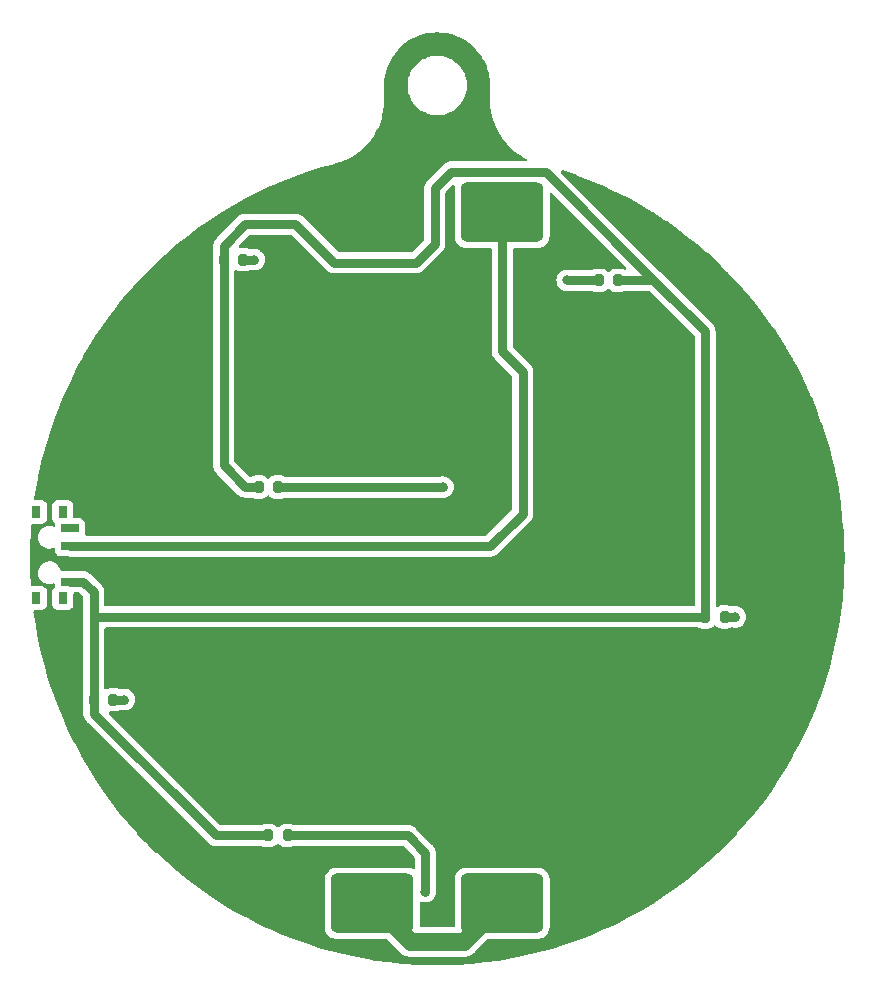
<source format=gbr>
%TF.GenerationSoftware,KiCad,Pcbnew,(6.0.7)*%
%TF.CreationDate,2022-09-13T17:01:02+02:00*%
%TF.ProjectId,TVZ_kuglica,54565a5f-6b75-4676-9c69-63612e6b6963,rev?*%
%TF.SameCoordinates,Original*%
%TF.FileFunction,Copper,L2,Bot*%
%TF.FilePolarity,Positive*%
%FSLAX46Y46*%
G04 Gerber Fmt 4.6, Leading zero omitted, Abs format (unit mm)*
G04 Created by KiCad (PCBNEW (6.0.7)) date 2022-09-13 17:01:02*
%MOMM*%
%LPD*%
G01*
G04 APERTURE LIST*
G04 Aperture macros list*
%AMRoundRect*
0 Rectangle with rounded corners*
0 $1 Rounding radius*
0 $2 $3 $4 $5 $6 $7 $8 $9 X,Y pos of 4 corners*
0 Add a 4 corners polygon primitive as box body*
4,1,4,$2,$3,$4,$5,$6,$7,$8,$9,$2,$3,0*
0 Add four circle primitives for the rounded corners*
1,1,$1+$1,$2,$3*
1,1,$1+$1,$4,$5*
1,1,$1+$1,$6,$7*
1,1,$1+$1,$8,$9*
0 Add four rect primitives between the rounded corners*
20,1,$1+$1,$2,$3,$4,$5,0*
20,1,$1+$1,$4,$5,$6,$7,0*
20,1,$1+$1,$6,$7,$8,$9,0*
20,1,$1+$1,$8,$9,$2,$3,0*%
G04 Aperture macros list end*
%TA.AperFunction,SMDPad,CuDef*%
%ADD10R,0.800000X1.000000*%
%TD*%
%TA.AperFunction,SMDPad,CuDef*%
%ADD11R,1.500000X0.700000*%
%TD*%
%TA.AperFunction,SMDPad,CuDef*%
%ADD12RoundRect,0.200000X-0.200000X-0.275000X0.200000X-0.275000X0.200000X0.275000X-0.200000X0.275000X0*%
%TD*%
%TA.AperFunction,SMDPad,CuDef*%
%ADD13RoundRect,0.200000X0.200000X0.275000X-0.200000X0.275000X-0.200000X-0.275000X0.200000X-0.275000X0*%
%TD*%
%TA.AperFunction,SMDPad,CuDef*%
%ADD14RoundRect,0.500000X3.000000X2.000000X-3.000000X2.000000X-3.000000X-2.000000X3.000000X-2.000000X0*%
%TD*%
%TA.AperFunction,ViaPad*%
%ADD15C,0.800000*%
%TD*%
%TA.AperFunction,Conductor*%
%ADD16C,0.762000*%
%TD*%
%TA.AperFunction,Conductor*%
%ADD17C,1.524000*%
%TD*%
G04 APERTURE END LIST*
D10*
%TO.P,SW1,*%
%TO.N,*%
X105280000Y-103400000D03*
X105280000Y-96100000D03*
X103070000Y-96100000D03*
X103070000Y-103400000D03*
D11*
%TO.P,SW1,1,A*%
%TO.N,Net-(R2-Pad1)*%
X105930000Y-102000000D03*
%TO.P,SW1,2,B*%
%TO.N,VCC*%
X105930000Y-99000000D03*
%TO.P,SW1,3,C*%
%TO.N,unconnected-(SW1-Pad3)*%
X105930000Y-97500000D03*
%TD*%
D12*
%TO.P,R2,1*%
%TO.N,Net-(R2-Pad1)*%
X118925000Y-74750000D03*
%TO.P,R2,2*%
%TO.N,Net-(D2-Pad1)*%
X120575000Y-74750000D03*
%TD*%
D13*
%TO.P,R3,1*%
%TO.N,Net-(R2-Pad1)*%
X152325000Y-76500000D03*
%TO.P,R3,2*%
%TO.N,Net-(D3-Pad1)*%
X150675000Y-76500000D03*
%TD*%
D12*
%TO.P,R5,1*%
%TO.N,Net-(R2-Pad1)*%
X107925000Y-112000000D03*
%TO.P,R5,2*%
%TO.N,Net-(D5-Pad1)*%
X109575000Y-112000000D03*
%TD*%
%TO.P,R6,1*%
%TO.N,Net-(R2-Pad1)*%
X122675000Y-123500000D03*
%TO.P,R6,2*%
%TO.N,Net-(D7-Pad1)*%
X124325000Y-123500000D03*
%TD*%
%TO.P,R7,1*%
%TO.N,Net-(R2-Pad1)*%
X159675000Y-105000000D03*
%TO.P,R7,2*%
%TO.N,Net-(D8-Pad1)*%
X161325000Y-105000000D03*
%TD*%
%TO.P,R8,1*%
%TO.N,Net-(R2-Pad1)*%
X121875000Y-94000000D03*
%TO.P,R8,2*%
%TO.N,Net-(D11-Pad1)*%
X123525000Y-94000000D03*
%TD*%
D14*
%TO.P,BT1,1,+*%
%TO.N,VCC*%
X142500000Y-70750000D03*
%TO.P,BT1,2*%
%TO.N,unconnected-(BT1-Pad2)*%
X131500000Y-129250000D03*
X142500000Y-129250000D03*
%TO.P,BT1,3,-*%
%TO.N,GND*%
X131500000Y-70750000D03*
%TD*%
D15*
%TO.N,GND*%
X156750000Y-90750000D03*
X151500000Y-129750000D03*
X131000000Y-78500000D03*
X161250000Y-114250000D03*
X128750000Y-102750000D03*
X121750000Y-129000000D03*
X115000000Y-117000000D03*
X114250000Y-94500000D03*
%TO.N,Net-(D2-Pad1)*%
X121500000Y-74750000D03*
%TO.N,Net-(D3-Pad1)*%
X148000000Y-76500000D03*
%TO.N,Net-(D5-Pad1)*%
X110500000Y-112000000D03*
%TO.N,Net-(D7-Pad1)*%
X136000000Y-128250000D03*
%TO.N,Net-(D8-Pad1)*%
X162250000Y-105000000D03*
%TO.N,Net-(D11-Pad1)*%
X137500000Y-94000000D03*
%TD*%
D16*
%TO.N,Net-(R2-Pad1)*%
X118925000Y-74750000D02*
X118925000Y-92175000D01*
X135200000Y-75000000D02*
X136800000Y-73400000D01*
X159675000Y-80817107D02*
X159675000Y-105000000D01*
X159675000Y-105000000D02*
X108000000Y-105000000D01*
X122675000Y-123500000D02*
X118250000Y-123500000D01*
X155250000Y-76500000D02*
X155303947Y-76446053D01*
X107925000Y-112000000D02*
X107925000Y-104925000D01*
X120750000Y-94000000D02*
X121875000Y-94000000D01*
X107925000Y-112000000D02*
X107925000Y-113175000D01*
X108000000Y-105000000D02*
X107925000Y-104925000D01*
X118925000Y-92175000D02*
X120750000Y-94000000D01*
X107000000Y-102000000D02*
X105930000Y-102000000D01*
X107925000Y-113175000D02*
X118250000Y-123500000D01*
X125000000Y-71750000D02*
X128250000Y-75000000D01*
X136800000Y-68700000D02*
X138178947Y-67321053D01*
X146178947Y-67321053D02*
X155303947Y-76446053D01*
X118925000Y-74750000D02*
X118925000Y-73575000D01*
X152325000Y-76500000D02*
X155250000Y-76500000D01*
X128250000Y-75000000D02*
X135200000Y-75000000D01*
X118925000Y-73575000D02*
X120750000Y-71750000D01*
X155303947Y-76446053D02*
X159675000Y-80817107D01*
X136800000Y-73400000D02*
X136800000Y-68700000D01*
X107925000Y-102925000D02*
X107000000Y-102000000D01*
X138178947Y-67321053D02*
X146178947Y-67321053D01*
X120750000Y-71750000D02*
X125000000Y-71750000D01*
X107925000Y-104925000D02*
X107925000Y-102925000D01*
%TO.N,VCC*%
X142500000Y-70750000D02*
X142500000Y-82500000D01*
X141500000Y-99000000D02*
X105930000Y-99000000D01*
X144250000Y-96250000D02*
X141500000Y-99000000D01*
X142500000Y-82500000D02*
X144250000Y-84250000D01*
X144250000Y-84250000D02*
X144250000Y-96250000D01*
%TO.N,Net-(D2-Pad1)*%
X120575000Y-74750000D02*
X121500000Y-74750000D01*
%TO.N,Net-(D3-Pad1)*%
X150675000Y-76500000D02*
X148000000Y-76500000D01*
%TO.N,Net-(D5-Pad1)*%
X109575000Y-112000000D02*
X110500000Y-112000000D01*
%TO.N,Net-(D7-Pad1)*%
X134500000Y-123500000D02*
X136000000Y-125000000D01*
X124325000Y-123500000D02*
X134500000Y-123500000D01*
X136000000Y-125000000D02*
X136000000Y-128250000D01*
%TO.N,Net-(D8-Pad1)*%
X161325000Y-105000000D02*
X162250000Y-105000000D01*
%TO.N,Net-(D11-Pad1)*%
X123525000Y-94000000D02*
X137500000Y-94000000D01*
D17*
%TO.N,unconnected-(BT1-Pad2)*%
X131500000Y-129250000D02*
X134750000Y-132500000D01*
X139250000Y-132500000D02*
X142500000Y-129250000D01*
X134750000Y-132500000D02*
X139250000Y-132500000D01*
%TD*%
%TA.AperFunction,Conductor*%
%TO.N,GND*%
G36*
X137408605Y-55527391D02*
G01*
X137420194Y-55528465D01*
X137819547Y-55584172D01*
X137830987Y-55586311D01*
X138223496Y-55678628D01*
X138234672Y-55681808D01*
X138425837Y-55745881D01*
X138616993Y-55809950D01*
X138627845Y-55814154D01*
X138996709Y-55977023D01*
X139007127Y-55982211D01*
X139359375Y-56178412D01*
X139369270Y-56184538D01*
X139701933Y-56412418D01*
X139711220Y-56419432D01*
X139945189Y-56613716D01*
X140021423Y-56677020D01*
X140030024Y-56684861D01*
X140315139Y-56969976D01*
X140322980Y-56978577D01*
X140580568Y-57288780D01*
X140587582Y-57298067D01*
X140815462Y-57630730D01*
X140821588Y-57640625D01*
X141017789Y-57992873D01*
X141022977Y-58003291D01*
X141185846Y-58372155D01*
X141190050Y-58383007D01*
X141254120Y-58574163D01*
X141315635Y-58757698D01*
X141318189Y-58765319D01*
X141321372Y-58776504D01*
X141352578Y-58909186D01*
X141413689Y-59169013D01*
X141415828Y-59180453D01*
X141471535Y-59579806D01*
X141472609Y-59591395D01*
X141489502Y-59956785D01*
X141488136Y-59981989D01*
X141487690Y-59984850D01*
X141487690Y-59984856D01*
X141486309Y-59993724D01*
X141487473Y-60002626D01*
X141487473Y-60002628D01*
X141490436Y-60025283D01*
X141491500Y-60041621D01*
X141491500Y-61216915D01*
X141489754Y-61237818D01*
X141486424Y-61257612D01*
X141486271Y-61270164D01*
X141486961Y-61274985D01*
X141487030Y-61276038D01*
X141487188Y-61279014D01*
X141505518Y-61723840D01*
X141561483Y-62174439D01*
X141654337Y-62618905D01*
X141655071Y-62621378D01*
X141655071Y-62621380D01*
X141712976Y-62816609D01*
X141783451Y-63054222D01*
X141947949Y-63477438D01*
X141949083Y-63479767D01*
X141949086Y-63479774D01*
X142145580Y-63883352D01*
X142145586Y-63883363D01*
X142146715Y-63885682D01*
X142148037Y-63887911D01*
X142148038Y-63887912D01*
X142207489Y-63988115D01*
X142378402Y-64276186D01*
X142379910Y-64278308D01*
X142379912Y-64278311D01*
X142511499Y-64463465D01*
X142641437Y-64646300D01*
X142643117Y-64648294D01*
X142643122Y-64648300D01*
X142932368Y-64991534D01*
X142934036Y-64993513D01*
X143254215Y-65315471D01*
X143599802Y-65609990D01*
X143601907Y-65611503D01*
X143601910Y-65611506D01*
X143607538Y-65615553D01*
X143968453Y-65875072D01*
X144357667Y-66108918D01*
X144527095Y-66192574D01*
X144579320Y-66240668D01*
X144597253Y-66309363D01*
X144575201Y-66376848D01*
X144520164Y-66421697D01*
X144471311Y-66431553D01*
X138258872Y-66431553D01*
X138239161Y-66430002D01*
X138232274Y-66428911D01*
X138232272Y-66428911D01*
X138225757Y-66427879D01*
X138219169Y-66428224D01*
X138219165Y-66428224D01*
X138158948Y-66431380D01*
X138152354Y-66431553D01*
X138132327Y-66431553D01*
X138129056Y-66431897D01*
X138129052Y-66431897D01*
X138112408Y-66433646D01*
X138105834Y-66434163D01*
X138045631Y-66437318D01*
X138045629Y-66437318D01*
X138039032Y-66437664D01*
X138025919Y-66441178D01*
X138006477Y-66444781D01*
X138005235Y-66444911D01*
X137999562Y-66445507D01*
X137999558Y-66445508D01*
X137992991Y-66446198D01*
X137937966Y-66464076D01*
X137929365Y-66466871D01*
X137923041Y-66468744D01*
X137858423Y-66486059D01*
X137846331Y-66492220D01*
X137828072Y-66499783D01*
X137815162Y-66503978D01*
X137762972Y-66534110D01*
X137757223Y-66537429D01*
X137751427Y-66540576D01*
X137691822Y-66570946D01*
X137681277Y-66579485D01*
X137664992Y-66590678D01*
X137658945Y-66594169D01*
X137658942Y-66594172D01*
X137653232Y-66597468D01*
X137648332Y-66601880D01*
X137648328Y-66601883D01*
X137603522Y-66642228D01*
X137598501Y-66646516D01*
X137582941Y-66659116D01*
X137568794Y-66673263D01*
X137564010Y-66677804D01*
X137514278Y-66722583D01*
X137506295Y-66733571D01*
X137493458Y-66748599D01*
X136227546Y-68014511D01*
X136212518Y-68027348D01*
X136201530Y-68035331D01*
X136197117Y-68040233D01*
X136197115Y-68040234D01*
X136156751Y-68085063D01*
X136152210Y-68089847D01*
X136138063Y-68103994D01*
X136135986Y-68106559D01*
X136125463Y-68119554D01*
X136121175Y-68124575D01*
X136080830Y-68169381D01*
X136080827Y-68169385D01*
X136076415Y-68174285D01*
X136073119Y-68179995D01*
X136073116Y-68179998D01*
X136069625Y-68186045D01*
X136058432Y-68202330D01*
X136049893Y-68212875D01*
X136020212Y-68271127D01*
X136019523Y-68272480D01*
X136016376Y-68278276D01*
X135982925Y-68336215D01*
X135980884Y-68342497D01*
X135978731Y-68349123D01*
X135971167Y-68367384D01*
X135965006Y-68379476D01*
X135963296Y-68385859D01*
X135947691Y-68444094D01*
X135945818Y-68450418D01*
X135925145Y-68514044D01*
X135924455Y-68520611D01*
X135924454Y-68520615D01*
X135923728Y-68527529D01*
X135920125Y-68546972D01*
X135916611Y-68560085D01*
X135916265Y-68566682D01*
X135916265Y-68566684D01*
X135913110Y-68626887D01*
X135912593Y-68633461D01*
X135911108Y-68647592D01*
X135910500Y-68653380D01*
X135910500Y-68673407D01*
X135910327Y-68680001D01*
X135906826Y-68746810D01*
X135907858Y-68753325D01*
X135907858Y-68753327D01*
X135908949Y-68760214D01*
X135910500Y-68779925D01*
X135910500Y-72979367D01*
X135890498Y-73047488D01*
X135873595Y-73068462D01*
X134868462Y-74073595D01*
X134806150Y-74107621D01*
X134779367Y-74110500D01*
X128670633Y-74110500D01*
X128602512Y-74090498D01*
X128581538Y-74073595D01*
X125685489Y-71177546D01*
X125672652Y-71162518D01*
X125664669Y-71151530D01*
X125614937Y-71106751D01*
X125610153Y-71102210D01*
X125596006Y-71088063D01*
X125580446Y-71075463D01*
X125575425Y-71071175D01*
X125530619Y-71030830D01*
X125530615Y-71030827D01*
X125525715Y-71026415D01*
X125520005Y-71023119D01*
X125520002Y-71023116D01*
X125513955Y-71019625D01*
X125497670Y-71008432D01*
X125487125Y-70999893D01*
X125427520Y-70969523D01*
X125421724Y-70966376D01*
X125415975Y-70963057D01*
X125363785Y-70932925D01*
X125350875Y-70928730D01*
X125332616Y-70921167D01*
X125320524Y-70915006D01*
X125255906Y-70897691D01*
X125249582Y-70895818D01*
X125240981Y-70893023D01*
X125185956Y-70875145D01*
X125179389Y-70874455D01*
X125179385Y-70874454D01*
X125173712Y-70873858D01*
X125172470Y-70873728D01*
X125153028Y-70870125D01*
X125139915Y-70866611D01*
X125133318Y-70866265D01*
X125133316Y-70866265D01*
X125073113Y-70863110D01*
X125066539Y-70862593D01*
X125049895Y-70860844D01*
X125049891Y-70860844D01*
X125046620Y-70860500D01*
X125026593Y-70860500D01*
X125019999Y-70860327D01*
X124959782Y-70857171D01*
X124959778Y-70857171D01*
X124953190Y-70856826D01*
X124946675Y-70857858D01*
X124946673Y-70857858D01*
X124939786Y-70858949D01*
X124920075Y-70860500D01*
X120829925Y-70860500D01*
X120810214Y-70858949D01*
X120803327Y-70857858D01*
X120803325Y-70857858D01*
X120796810Y-70856826D01*
X120790222Y-70857171D01*
X120790218Y-70857171D01*
X120730001Y-70860327D01*
X120723407Y-70860500D01*
X120703380Y-70860500D01*
X120700109Y-70860844D01*
X120700105Y-70860844D01*
X120683461Y-70862593D01*
X120676887Y-70863110D01*
X120616684Y-70866265D01*
X120616682Y-70866265D01*
X120610085Y-70866611D01*
X120596972Y-70870125D01*
X120577530Y-70873728D01*
X120576288Y-70873858D01*
X120570615Y-70874454D01*
X120570611Y-70874455D01*
X120564044Y-70875145D01*
X120509019Y-70893023D01*
X120500418Y-70895818D01*
X120494094Y-70897691D01*
X120429476Y-70915006D01*
X120417384Y-70921167D01*
X120399125Y-70928730D01*
X120386215Y-70932925D01*
X120334025Y-70963057D01*
X120328276Y-70966376D01*
X120322480Y-70969523D01*
X120262875Y-70999893D01*
X120252330Y-71008432D01*
X120236045Y-71019625D01*
X120229998Y-71023116D01*
X120229995Y-71023119D01*
X120224285Y-71026415D01*
X120219385Y-71030827D01*
X120219381Y-71030830D01*
X120174575Y-71071175D01*
X120169554Y-71075463D01*
X120153994Y-71088063D01*
X120139847Y-71102210D01*
X120135063Y-71106751D01*
X120085331Y-71151530D01*
X120077348Y-71162518D01*
X120064511Y-71177546D01*
X118352546Y-72889511D01*
X118337518Y-72902348D01*
X118326530Y-72910331D01*
X118322117Y-72915233D01*
X118322115Y-72915234D01*
X118281751Y-72960063D01*
X118277210Y-72964847D01*
X118263063Y-72978994D01*
X118260986Y-72981559D01*
X118250463Y-72994554D01*
X118246175Y-72999575D01*
X118205830Y-73044381D01*
X118205827Y-73044385D01*
X118201415Y-73049285D01*
X118198119Y-73054995D01*
X118198116Y-73054998D01*
X118194625Y-73061045D01*
X118183432Y-73077330D01*
X118174893Y-73087875D01*
X118144523Y-73147480D01*
X118141376Y-73153276D01*
X118107925Y-73211215D01*
X118105884Y-73217497D01*
X118103731Y-73224123D01*
X118096167Y-73242384D01*
X118090006Y-73254476D01*
X118088296Y-73260859D01*
X118072691Y-73319094D01*
X118070818Y-73325418D01*
X118050145Y-73389044D01*
X118049455Y-73395611D01*
X118049454Y-73395615D01*
X118048728Y-73402529D01*
X118045125Y-73421972D01*
X118041611Y-73435085D01*
X118041265Y-73441682D01*
X118041265Y-73441684D01*
X118038110Y-73501887D01*
X118037593Y-73508461D01*
X118035500Y-73528380D01*
X118035500Y-73548407D01*
X118035327Y-73555001D01*
X118033376Y-73592240D01*
X118031826Y-73621810D01*
X118032858Y-73628325D01*
X118032858Y-73628327D01*
X118033949Y-73635214D01*
X118035500Y-73654925D01*
X118035500Y-74286559D01*
X118029734Y-74324238D01*
X118023247Y-74344938D01*
X118016500Y-74418365D01*
X118016500Y-74421263D01*
X118016501Y-74750860D01*
X118016501Y-75081634D01*
X118023247Y-75155062D01*
X118025246Y-75161440D01*
X118025246Y-75161441D01*
X118029734Y-75175762D01*
X118035500Y-75213441D01*
X118035500Y-92095075D01*
X118033949Y-92114785D01*
X118031826Y-92128190D01*
X118032171Y-92134778D01*
X118032171Y-92134782D01*
X118035327Y-92194999D01*
X118035500Y-92201593D01*
X118035500Y-92221620D01*
X118035844Y-92224891D01*
X118035844Y-92224895D01*
X118037593Y-92241539D01*
X118038110Y-92248113D01*
X118041611Y-92314915D01*
X118043320Y-92321292D01*
X118043320Y-92321293D01*
X118045124Y-92328023D01*
X118048728Y-92347470D01*
X118050145Y-92360956D01*
X118052187Y-92367240D01*
X118070818Y-92424582D01*
X118072691Y-92430906D01*
X118090006Y-92495524D01*
X118096167Y-92507616D01*
X118103730Y-92525875D01*
X118107925Y-92538785D01*
X118138057Y-92590975D01*
X118141376Y-92596724D01*
X118144523Y-92602520D01*
X118174893Y-92662125D01*
X118179050Y-92667258D01*
X118183432Y-92672670D01*
X118194625Y-92688955D01*
X118198116Y-92695002D01*
X118198119Y-92695005D01*
X118201415Y-92700715D01*
X118205827Y-92705615D01*
X118205830Y-92705619D01*
X118246175Y-92750425D01*
X118250463Y-92755446D01*
X118263063Y-92771006D01*
X118277210Y-92785153D01*
X118281751Y-92789937D01*
X118326530Y-92839669D01*
X118337518Y-92847652D01*
X118352546Y-92860489D01*
X120064511Y-94572454D01*
X120077348Y-94587482D01*
X120085331Y-94598470D01*
X120090233Y-94602883D01*
X120090234Y-94602885D01*
X120135063Y-94643249D01*
X120139847Y-94647790D01*
X120153994Y-94661937D01*
X120156559Y-94664014D01*
X120169554Y-94674537D01*
X120174568Y-94678819D01*
X120178933Y-94682749D01*
X120219381Y-94719170D01*
X120219385Y-94719173D01*
X120224285Y-94723585D01*
X120229995Y-94726881D01*
X120229998Y-94726884D01*
X120236045Y-94730375D01*
X120252330Y-94741568D01*
X120262875Y-94750107D01*
X120322480Y-94780477D01*
X120328276Y-94783624D01*
X120386215Y-94817075D01*
X120399125Y-94821270D01*
X120417384Y-94828833D01*
X120429476Y-94834994D01*
X120486641Y-94850312D01*
X120494094Y-94852309D01*
X120500419Y-94854182D01*
X120564044Y-94874855D01*
X120570611Y-94875545D01*
X120570615Y-94875546D01*
X120576288Y-94876142D01*
X120577530Y-94876272D01*
X120596972Y-94879875D01*
X120610085Y-94883389D01*
X120616682Y-94883735D01*
X120616684Y-94883735D01*
X120676887Y-94886890D01*
X120683461Y-94887407D01*
X120700105Y-94889156D01*
X120700109Y-94889156D01*
X120703380Y-94889500D01*
X120723407Y-94889500D01*
X120730001Y-94889673D01*
X120790218Y-94892829D01*
X120790222Y-94892829D01*
X120796810Y-94893174D01*
X120803325Y-94892142D01*
X120803327Y-94892142D01*
X120810214Y-94891051D01*
X120829925Y-94889500D01*
X121286724Y-94889500D01*
X121351994Y-94907724D01*
X121374799Y-94921535D01*
X121374804Y-94921537D01*
X121381301Y-94925472D01*
X121388548Y-94927743D01*
X121388550Y-94927744D01*
X121447986Y-94946370D01*
X121544938Y-94976753D01*
X121618365Y-94983500D01*
X121621263Y-94983500D01*
X121875665Y-94983499D01*
X122131634Y-94983499D01*
X122134492Y-94983236D01*
X122134501Y-94983236D01*
X122170004Y-94979974D01*
X122205062Y-94976753D01*
X122302014Y-94946370D01*
X122361450Y-94927744D01*
X122361452Y-94927743D01*
X122368699Y-94925472D01*
X122515381Y-94836639D01*
X122610905Y-94741115D01*
X122673217Y-94707089D01*
X122744032Y-94712154D01*
X122789095Y-94741115D01*
X122884619Y-94836639D01*
X123031301Y-94925472D01*
X123038548Y-94927743D01*
X123038550Y-94927744D01*
X123097986Y-94946370D01*
X123194938Y-94976753D01*
X123268365Y-94983500D01*
X123271263Y-94983500D01*
X123525665Y-94983499D01*
X123781634Y-94983499D01*
X123784492Y-94983236D01*
X123784501Y-94983236D01*
X123820004Y-94979974D01*
X123855062Y-94976753D01*
X123952014Y-94946370D01*
X124011450Y-94927744D01*
X124011452Y-94927743D01*
X124018699Y-94925472D01*
X124025196Y-94921537D01*
X124025201Y-94921535D01*
X124048006Y-94907724D01*
X124113276Y-94889500D01*
X137301881Y-94889500D01*
X137328078Y-94892253D01*
X137398056Y-94907128D01*
X137398061Y-94907128D01*
X137404513Y-94908500D01*
X137595487Y-94908500D01*
X137601939Y-94907128D01*
X137601944Y-94907128D01*
X137694721Y-94887407D01*
X137782288Y-94868794D01*
X137788319Y-94866109D01*
X137950722Y-94793803D01*
X137950724Y-94793802D01*
X137956752Y-94791118D01*
X138111253Y-94678866D01*
X138139234Y-94647790D01*
X138234621Y-94541852D01*
X138234622Y-94541851D01*
X138239040Y-94536944D01*
X138334527Y-94371556D01*
X138393542Y-94189928D01*
X138413504Y-94000000D01*
X138393542Y-93810072D01*
X138334527Y-93628444D01*
X138239040Y-93463056D01*
X138111253Y-93321134D01*
X137956752Y-93208882D01*
X137950724Y-93206198D01*
X137950722Y-93206197D01*
X137788319Y-93133891D01*
X137788318Y-93133891D01*
X137782288Y-93131206D01*
X137688888Y-93111353D01*
X137601944Y-93092872D01*
X137601939Y-93092872D01*
X137595487Y-93091500D01*
X137404513Y-93091500D01*
X137398061Y-93092872D01*
X137398056Y-93092872D01*
X137328078Y-93107747D01*
X137301881Y-93110500D01*
X124113276Y-93110500D01*
X124048006Y-93092276D01*
X124025201Y-93078465D01*
X124025196Y-93078463D01*
X124018699Y-93074528D01*
X124011452Y-93072257D01*
X124011450Y-93072256D01*
X123945164Y-93051483D01*
X123855062Y-93023247D01*
X123781635Y-93016500D01*
X123778737Y-93016500D01*
X123524335Y-93016501D01*
X123268366Y-93016501D01*
X123265508Y-93016764D01*
X123265499Y-93016764D01*
X123229996Y-93020026D01*
X123194938Y-93023247D01*
X123188560Y-93025246D01*
X123188559Y-93025246D01*
X123038550Y-93072256D01*
X123038548Y-93072257D01*
X123031301Y-93074528D01*
X122884619Y-93163361D01*
X122789095Y-93258885D01*
X122726783Y-93292911D01*
X122655968Y-93287846D01*
X122610905Y-93258885D01*
X122515381Y-93163361D01*
X122368699Y-93074528D01*
X122361452Y-93072257D01*
X122361450Y-93072256D01*
X122295164Y-93051483D01*
X122205062Y-93023247D01*
X122131635Y-93016500D01*
X122128737Y-93016500D01*
X121874335Y-93016501D01*
X121618366Y-93016501D01*
X121615508Y-93016764D01*
X121615499Y-93016764D01*
X121579996Y-93020026D01*
X121544938Y-93023247D01*
X121538560Y-93025246D01*
X121538559Y-93025246D01*
X121388550Y-93072256D01*
X121388548Y-93072257D01*
X121381301Y-93074528D01*
X121374804Y-93078463D01*
X121374799Y-93078465D01*
X121351994Y-93092276D01*
X121286724Y-93110500D01*
X121170633Y-93110500D01*
X121102512Y-93090498D01*
X121081538Y-93073595D01*
X119851405Y-91843462D01*
X119817379Y-91781150D01*
X119814500Y-91754367D01*
X119814500Y-75737506D01*
X119834502Y-75669385D01*
X119888158Y-75622892D01*
X119958432Y-75612788D01*
X120005771Y-75629730D01*
X120058952Y-75661937D01*
X120081301Y-75675472D01*
X120088548Y-75677743D01*
X120088550Y-75677744D01*
X120092000Y-75678825D01*
X120244938Y-75726753D01*
X120318365Y-75733500D01*
X120321263Y-75733500D01*
X120575665Y-75733499D01*
X120831634Y-75733499D01*
X120834492Y-75733236D01*
X120834501Y-75733236D01*
X120870004Y-75729974D01*
X120905062Y-75726753D01*
X120915171Y-75723585D01*
X121061450Y-75677744D01*
X121061452Y-75677743D01*
X121068699Y-75675472D01*
X121075196Y-75671537D01*
X121075201Y-75671535D01*
X121098006Y-75657724D01*
X121163276Y-75639500D01*
X121301881Y-75639500D01*
X121328077Y-75642253D01*
X121335959Y-75643928D01*
X121398056Y-75657128D01*
X121398061Y-75657128D01*
X121404513Y-75658500D01*
X121595487Y-75658500D01*
X121601939Y-75657128D01*
X121601944Y-75657128D01*
X121688887Y-75638647D01*
X121782288Y-75618794D01*
X121807100Y-75607747D01*
X121950722Y-75543803D01*
X121950724Y-75543802D01*
X121956752Y-75541118D01*
X121988902Y-75517760D01*
X122086369Y-75446945D01*
X122111253Y-75428866D01*
X122239040Y-75286944D01*
X122334527Y-75121556D01*
X122393542Y-74939928D01*
X122413504Y-74750000D01*
X122393542Y-74560072D01*
X122334527Y-74378444D01*
X122311497Y-74338554D01*
X122242341Y-74218774D01*
X122239040Y-74213056D01*
X122228198Y-74201014D01*
X122115675Y-74076045D01*
X122115674Y-74076044D01*
X122111253Y-74071134D01*
X121982903Y-73977882D01*
X121962094Y-73962763D01*
X121962093Y-73962762D01*
X121956752Y-73958882D01*
X121950724Y-73956198D01*
X121950722Y-73956197D01*
X121788319Y-73883891D01*
X121788318Y-73883891D01*
X121782288Y-73881206D01*
X121688887Y-73861353D01*
X121601944Y-73842872D01*
X121601939Y-73842872D01*
X121595487Y-73841500D01*
X121404513Y-73841500D01*
X121398061Y-73842872D01*
X121398056Y-73842872D01*
X121328078Y-73857747D01*
X121301881Y-73860500D01*
X121163276Y-73860500D01*
X121098006Y-73842276D01*
X121075201Y-73828465D01*
X121075196Y-73828463D01*
X121068699Y-73824528D01*
X121061452Y-73822257D01*
X121061450Y-73822256D01*
X120995164Y-73801483D01*
X120905062Y-73773247D01*
X120831635Y-73766500D01*
X120828737Y-73766500D01*
X120574335Y-73766501D01*
X120318366Y-73766501D01*
X120309955Y-73767274D01*
X120305443Y-73767688D01*
X120235778Y-73754001D01*
X120184572Y-73704823D01*
X120168082Y-73635768D01*
X120191544Y-73568760D01*
X120204822Y-73553121D01*
X121081538Y-72676405D01*
X121143850Y-72642379D01*
X121170633Y-72639500D01*
X124579367Y-72639500D01*
X124647488Y-72659502D01*
X124668462Y-72676405D01*
X127564511Y-75572454D01*
X127577348Y-75587482D01*
X127585331Y-75598470D01*
X127590233Y-75602883D01*
X127590234Y-75602885D01*
X127635063Y-75643249D01*
X127639847Y-75647790D01*
X127653994Y-75661937D01*
X127656559Y-75664014D01*
X127669554Y-75674537D01*
X127674575Y-75678825D01*
X127719381Y-75719170D01*
X127719385Y-75719173D01*
X127724285Y-75723585D01*
X127729995Y-75726881D01*
X127729998Y-75726884D01*
X127736045Y-75730375D01*
X127752330Y-75741568D01*
X127762875Y-75750107D01*
X127822480Y-75780477D01*
X127828276Y-75783624D01*
X127834025Y-75786943D01*
X127886215Y-75817075D01*
X127899125Y-75821270D01*
X127917384Y-75828833D01*
X127929476Y-75834994D01*
X127994138Y-75852320D01*
X128000386Y-75854172D01*
X128064044Y-75874855D01*
X128077526Y-75876272D01*
X128077536Y-75876273D01*
X128096980Y-75879877D01*
X128103705Y-75881679D01*
X128103710Y-75881680D01*
X128110085Y-75883388D01*
X128116675Y-75883733D01*
X128116679Y-75883734D01*
X128176880Y-75886889D01*
X128183455Y-75887406D01*
X128203380Y-75889500D01*
X128223414Y-75889500D01*
X128230008Y-75889673D01*
X128290218Y-75892829D01*
X128290223Y-75892829D01*
X128296810Y-75893174D01*
X128303325Y-75892142D01*
X128303327Y-75892142D01*
X128310214Y-75891051D01*
X128329925Y-75889500D01*
X135120075Y-75889500D01*
X135139786Y-75891051D01*
X135146673Y-75892142D01*
X135146675Y-75892142D01*
X135153190Y-75893174D01*
X135159778Y-75892829D01*
X135159782Y-75892829D01*
X135219999Y-75889673D01*
X135226593Y-75889500D01*
X135246620Y-75889500D01*
X135249891Y-75889156D01*
X135249895Y-75889156D01*
X135266539Y-75887407D01*
X135273113Y-75886890D01*
X135333316Y-75883735D01*
X135333318Y-75883735D01*
X135339915Y-75883389D01*
X135346297Y-75881679D01*
X135347761Y-75881286D01*
X135353028Y-75879875D01*
X135372470Y-75876272D01*
X135373712Y-75876142D01*
X135379385Y-75875546D01*
X135379389Y-75875545D01*
X135385956Y-75874855D01*
X135449585Y-75854181D01*
X135455906Y-75852309D01*
X135463359Y-75850312D01*
X135520524Y-75834994D01*
X135532616Y-75828833D01*
X135550875Y-75821270D01*
X135563785Y-75817075D01*
X135615975Y-75786943D01*
X135621724Y-75783624D01*
X135627520Y-75780477D01*
X135687125Y-75750107D01*
X135697670Y-75741568D01*
X135713955Y-75730375D01*
X135720002Y-75726884D01*
X135720005Y-75726881D01*
X135725715Y-75723585D01*
X135730615Y-75719173D01*
X135730619Y-75719170D01*
X135775425Y-75678825D01*
X135780446Y-75674537D01*
X135793441Y-75664014D01*
X135796006Y-75661937D01*
X135810153Y-75647790D01*
X135814937Y-75643249D01*
X135859766Y-75602885D01*
X135859767Y-75602883D01*
X135864669Y-75598470D01*
X135872652Y-75587482D01*
X135885489Y-75572454D01*
X137372454Y-74085489D01*
X137387482Y-74072652D01*
X137398470Y-74064669D01*
X137443249Y-74014937D01*
X137447790Y-74010153D01*
X137461937Y-73996006D01*
X137474537Y-73980446D01*
X137478825Y-73975425D01*
X137519170Y-73930619D01*
X137519173Y-73930615D01*
X137523585Y-73925715D01*
X137526881Y-73920005D01*
X137526884Y-73920002D01*
X137530375Y-73913955D01*
X137541568Y-73897670D01*
X137545950Y-73892258D01*
X137550107Y-73887125D01*
X137580477Y-73827520D01*
X137583624Y-73821724D01*
X137608578Y-73778502D01*
X137617075Y-73763785D01*
X137621270Y-73750875D01*
X137628833Y-73732616D01*
X137634994Y-73720524D01*
X137652309Y-73655906D01*
X137654182Y-73649582D01*
X137672813Y-73592240D01*
X137674855Y-73585956D01*
X137676272Y-73572470D01*
X137679876Y-73553023D01*
X137681680Y-73546293D01*
X137681680Y-73546292D01*
X137683389Y-73539915D01*
X137683976Y-73528711D01*
X137686890Y-73473113D01*
X137687407Y-73466539D01*
X137689156Y-73449895D01*
X137689156Y-73449891D01*
X137689500Y-73446620D01*
X137689500Y-73426593D01*
X137689673Y-73419999D01*
X137692829Y-73359782D01*
X137692829Y-73359778D01*
X137693174Y-73353190D01*
X137691051Y-73339785D01*
X137689500Y-73320075D01*
X137689500Y-69120633D01*
X137709502Y-69052512D01*
X137726405Y-69031538D01*
X138293051Y-68464892D01*
X138355363Y-68430866D01*
X138426178Y-68435931D01*
X138483014Y-68478478D01*
X138507825Y-68544998D01*
X138505660Y-68578891D01*
X138492733Y-68643002D01*
X138492732Y-68643009D01*
X138491808Y-68647592D01*
X138491500Y-68653672D01*
X138491500Y-72846328D01*
X138491808Y-72852408D01*
X138492733Y-72856995D01*
X138492733Y-72856996D01*
X138527931Y-73031557D01*
X138530900Y-73046284D01*
X138606905Y-73228873D01*
X138610332Y-73233992D01*
X138610334Y-73233996D01*
X138713496Y-73388099D01*
X138713500Y-73388104D01*
X138716927Y-73393223D01*
X138856777Y-73533073D01*
X138861896Y-73536500D01*
X138861901Y-73536504D01*
X139016004Y-73639666D01*
X139016008Y-73639668D01*
X139021127Y-73643095D01*
X139203716Y-73719100D01*
X139209752Y-73720317D01*
X139209755Y-73720318D01*
X139393004Y-73757267D01*
X139397592Y-73758192D01*
X139403672Y-73758500D01*
X141484500Y-73758500D01*
X141552621Y-73778502D01*
X141599114Y-73832158D01*
X141610500Y-73884500D01*
X141610500Y-82420075D01*
X141608949Y-82439785D01*
X141606826Y-82453190D01*
X141607171Y-82459778D01*
X141607171Y-82459782D01*
X141610327Y-82519999D01*
X141610500Y-82526593D01*
X141610500Y-82546620D01*
X141610844Y-82549891D01*
X141610844Y-82549895D01*
X141612593Y-82566539D01*
X141613110Y-82573113D01*
X141616611Y-82639915D01*
X141618320Y-82646292D01*
X141618320Y-82646293D01*
X141620124Y-82653023D01*
X141623728Y-82672470D01*
X141625145Y-82685956D01*
X141627187Y-82692240D01*
X141645818Y-82749582D01*
X141647691Y-82755906D01*
X141665006Y-82820524D01*
X141671167Y-82832616D01*
X141678730Y-82850875D01*
X141682925Y-82863785D01*
X141713057Y-82915975D01*
X141716376Y-82921724D01*
X141719523Y-82927520D01*
X141749893Y-82987125D01*
X141754050Y-82992258D01*
X141758432Y-82997670D01*
X141769625Y-83013955D01*
X141773116Y-83020002D01*
X141773119Y-83020005D01*
X141776415Y-83025715D01*
X141780827Y-83030615D01*
X141780830Y-83030619D01*
X141821175Y-83075425D01*
X141825463Y-83080446D01*
X141838063Y-83096006D01*
X141852210Y-83110153D01*
X141856751Y-83114937D01*
X141901530Y-83164669D01*
X141912518Y-83172652D01*
X141927546Y-83185489D01*
X143323595Y-84581538D01*
X143357621Y-84643850D01*
X143360500Y-84670633D01*
X143360500Y-95829367D01*
X143340498Y-95897488D01*
X143323595Y-95918462D01*
X141168462Y-98073595D01*
X141106150Y-98107621D01*
X141079367Y-98110500D01*
X107304493Y-98110500D01*
X107236372Y-98090498D01*
X107189879Y-98036842D01*
X107179775Y-97966568D01*
X107180161Y-97964542D01*
X107181745Y-97960316D01*
X107188500Y-97898134D01*
X107188500Y-97101866D01*
X107188114Y-97098308D01*
X107182598Y-97047540D01*
X107181745Y-97039684D01*
X107130615Y-96903295D01*
X107043261Y-96786739D01*
X106926705Y-96699385D01*
X106790316Y-96648255D01*
X106728134Y-96641500D01*
X106314500Y-96641500D01*
X106246379Y-96621498D01*
X106199886Y-96567842D01*
X106188500Y-96515500D01*
X106188500Y-95551866D01*
X106181745Y-95489684D01*
X106130615Y-95353295D01*
X106043261Y-95236739D01*
X105926705Y-95149385D01*
X105790316Y-95098255D01*
X105728134Y-95091500D01*
X104831866Y-95091500D01*
X104769684Y-95098255D01*
X104633295Y-95149385D01*
X104516739Y-95236739D01*
X104429385Y-95353295D01*
X104378255Y-95489684D01*
X104371500Y-95551866D01*
X104371500Y-96648134D01*
X104378255Y-96710316D01*
X104429385Y-96846705D01*
X104516739Y-96963261D01*
X104618710Y-97039684D01*
X104621065Y-97041449D01*
X104663580Y-97098308D01*
X104671500Y-97142275D01*
X104671500Y-97230793D01*
X104651498Y-97298914D01*
X104597842Y-97345407D01*
X104527568Y-97355511D01*
X104495461Y-97346431D01*
X104493095Y-97345407D01*
X104461316Y-97331655D01*
X104455069Y-97330350D01*
X104455066Y-97330349D01*
X104275443Y-97292824D01*
X104275438Y-97292823D01*
X104270707Y-97291835D01*
X104264315Y-97291500D01*
X104121337Y-97291500D01*
X104052049Y-97298538D01*
X103982622Y-97305590D01*
X103982621Y-97305590D01*
X103976273Y-97306235D01*
X103919939Y-97323889D01*
X103796549Y-97362556D01*
X103796544Y-97362558D01*
X103790459Y-97364465D01*
X103710137Y-97408989D01*
X103625729Y-97455777D01*
X103625726Y-97455779D01*
X103620150Y-97458870D01*
X103615309Y-97463019D01*
X103615305Y-97463022D01*
X103477145Y-97581440D01*
X103472302Y-97585591D01*
X103352954Y-97739453D01*
X103350138Y-97745176D01*
X103350136Y-97745179D01*
X103274873Y-97898134D01*
X103266982Y-97914171D01*
X103265373Y-97920349D01*
X103265372Y-97920351D01*
X103235029Y-98036842D01*
X103217898Y-98102607D01*
X103213496Y-98186597D01*
X103209619Y-98260589D01*
X103207707Y-98297064D01*
X103236825Y-98489599D01*
X103239028Y-98495585D01*
X103239029Y-98495591D01*
X103301860Y-98666360D01*
X103301862Y-98666365D01*
X103304063Y-98672346D01*
X103307425Y-98677768D01*
X103395649Y-98820058D01*
X103406674Y-98837840D01*
X103540466Y-98979322D01*
X103699975Y-99091011D01*
X103705838Y-99093548D01*
X103872825Y-99165810D01*
X103872829Y-99165811D01*
X103878684Y-99168345D01*
X103884931Y-99169650D01*
X103884934Y-99169651D01*
X104064557Y-99207176D01*
X104064562Y-99207177D01*
X104069293Y-99208165D01*
X104075685Y-99208500D01*
X104218663Y-99208500D01*
X104287951Y-99201462D01*
X104357378Y-99194410D01*
X104357379Y-99194410D01*
X104363727Y-99193765D01*
X104507821Y-99148609D01*
X104578806Y-99147325D01*
X104639217Y-99184622D01*
X104669873Y-99248659D01*
X104671500Y-99268843D01*
X104671500Y-99398134D01*
X104678255Y-99460316D01*
X104729385Y-99596705D01*
X104816739Y-99713261D01*
X104933295Y-99800615D01*
X105069684Y-99851745D01*
X105131866Y-99858500D01*
X105673752Y-99858500D01*
X105712689Y-99864667D01*
X105744044Y-99874855D01*
X105750607Y-99875545D01*
X105750608Y-99875545D01*
X105767392Y-99877309D01*
X105883380Y-99889500D01*
X141420075Y-99889500D01*
X141439786Y-99891051D01*
X141446673Y-99892142D01*
X141446675Y-99892142D01*
X141453190Y-99893174D01*
X141459778Y-99892829D01*
X141459782Y-99892829D01*
X141519999Y-99889673D01*
X141526593Y-99889500D01*
X141546620Y-99889500D01*
X141549891Y-99889156D01*
X141549895Y-99889156D01*
X141566539Y-99887407D01*
X141573113Y-99886890D01*
X141633316Y-99883735D01*
X141633318Y-99883735D01*
X141639915Y-99883389D01*
X141653028Y-99879875D01*
X141672470Y-99876272D01*
X141673712Y-99876142D01*
X141679385Y-99875546D01*
X141679389Y-99875545D01*
X141685956Y-99874855D01*
X141749581Y-99854182D01*
X141755906Y-99852309D01*
X141768363Y-99848971D01*
X141820524Y-99834994D01*
X141832616Y-99828833D01*
X141850875Y-99821270D01*
X141863785Y-99817075D01*
X141921724Y-99783624D01*
X141927520Y-99780477D01*
X141987125Y-99750107D01*
X141997670Y-99741568D01*
X142013955Y-99730375D01*
X142020002Y-99726884D01*
X142020005Y-99726881D01*
X142025715Y-99723585D01*
X142030615Y-99719173D01*
X142030619Y-99719170D01*
X142075425Y-99678825D01*
X142080446Y-99674537D01*
X142093441Y-99664014D01*
X142096006Y-99661937D01*
X142110153Y-99647790D01*
X142114937Y-99643249D01*
X142159766Y-99602885D01*
X142159767Y-99602883D01*
X142164669Y-99598470D01*
X142172652Y-99587482D01*
X142185489Y-99572454D01*
X144822454Y-96935489D01*
X144837482Y-96922652D01*
X144848470Y-96914669D01*
X144893249Y-96864937D01*
X144897790Y-96860153D01*
X144911937Y-96846006D01*
X144924543Y-96830439D01*
X144928827Y-96825424D01*
X144969166Y-96780623D01*
X144969167Y-96780622D01*
X144973585Y-96775715D01*
X144980374Y-96763956D01*
X144991567Y-96747671D01*
X144995948Y-96742260D01*
X144995949Y-96742259D01*
X145000106Y-96737125D01*
X145003106Y-96731238D01*
X145030478Y-96677519D01*
X145033624Y-96671724D01*
X145047174Y-96648255D01*
X145067075Y-96613785D01*
X145069117Y-96607501D01*
X145069119Y-96607496D01*
X145071269Y-96600879D01*
X145078834Y-96582615D01*
X145081994Y-96576413D01*
X145081994Y-96576412D01*
X145084994Y-96570525D01*
X145102310Y-96505899D01*
X145104181Y-96499582D01*
X145104968Y-96497162D01*
X145124855Y-96435956D01*
X145125546Y-96429386D01*
X145126275Y-96422456D01*
X145129876Y-96403023D01*
X145131679Y-96396293D01*
X145133388Y-96389915D01*
X145136889Y-96323120D01*
X145137406Y-96316546D01*
X145139156Y-96299893D01*
X145139500Y-96296620D01*
X145139500Y-96276586D01*
X145139673Y-96269992D01*
X145142829Y-96209782D01*
X145142829Y-96209777D01*
X145143174Y-96203190D01*
X145141051Y-96189785D01*
X145139500Y-96170075D01*
X145139500Y-84329925D01*
X145141051Y-84310214D01*
X145142142Y-84303327D01*
X145142142Y-84303325D01*
X145143174Y-84296810D01*
X145142114Y-84276570D01*
X145139673Y-84230001D01*
X145139500Y-84223407D01*
X145139500Y-84203380D01*
X145137407Y-84183461D01*
X145136890Y-84176887D01*
X145133735Y-84116684D01*
X145133735Y-84116682D01*
X145133389Y-84110085D01*
X145129875Y-84096972D01*
X145126272Y-84077529D01*
X145125546Y-84070615D01*
X145125545Y-84070611D01*
X145124855Y-84064044D01*
X145104182Y-84000418D01*
X145102309Y-83994094D01*
X145086704Y-83935859D01*
X145084994Y-83929476D01*
X145078833Y-83917384D01*
X145071269Y-83899123D01*
X145069116Y-83892497D01*
X145067075Y-83886215D01*
X145033624Y-83828276D01*
X145030477Y-83822480D01*
X145000107Y-83762875D01*
X144991568Y-83752330D01*
X144980375Y-83736045D01*
X144976884Y-83729998D01*
X144976881Y-83729995D01*
X144973585Y-83724285D01*
X144969173Y-83719385D01*
X144969170Y-83719381D01*
X144928825Y-83674575D01*
X144924537Y-83669554D01*
X144914014Y-83656559D01*
X144911937Y-83653994D01*
X144897790Y-83639847D01*
X144893249Y-83635063D01*
X144852885Y-83590234D01*
X144852883Y-83590233D01*
X144848470Y-83585331D01*
X144837482Y-83577348D01*
X144822454Y-83564511D01*
X143426405Y-82168462D01*
X143392379Y-82106150D01*
X143389500Y-82079367D01*
X143389500Y-73884500D01*
X143409502Y-73816379D01*
X143463158Y-73769886D01*
X143515500Y-73758500D01*
X145596328Y-73758500D01*
X145602408Y-73758192D01*
X145606996Y-73757267D01*
X145790245Y-73720318D01*
X145790248Y-73720317D01*
X145796284Y-73719100D01*
X145978873Y-73643095D01*
X145983992Y-73639668D01*
X145983996Y-73639666D01*
X146138099Y-73536504D01*
X146138104Y-73536500D01*
X146143223Y-73533073D01*
X146283073Y-73393223D01*
X146286500Y-73388104D01*
X146286504Y-73388099D01*
X146389666Y-73233996D01*
X146389668Y-73233992D01*
X146393095Y-73228873D01*
X146469100Y-73046284D01*
X146472070Y-73031557D01*
X146507267Y-72856996D01*
X146507267Y-72856995D01*
X146508192Y-72852408D01*
X146508500Y-72846328D01*
X146508500Y-69212739D01*
X146528502Y-69144618D01*
X146582158Y-69098125D01*
X146652432Y-69088021D01*
X146717012Y-69117515D01*
X146723595Y-69123644D01*
X152984584Y-75384633D01*
X153018610Y-75446945D01*
X153013545Y-75517760D01*
X152970998Y-75574596D01*
X152904478Y-75599407D01*
X152830219Y-75581505D01*
X152818699Y-75574528D01*
X152811452Y-75572257D01*
X152811450Y-75572256D01*
X152712088Y-75541118D01*
X152655062Y-75523247D01*
X152581635Y-75516500D01*
X152578737Y-75516500D01*
X152324335Y-75516501D01*
X152068366Y-75516501D01*
X152065508Y-75516764D01*
X152065499Y-75516764D01*
X152029996Y-75520026D01*
X151994938Y-75523247D01*
X151988560Y-75525246D01*
X151988559Y-75525246D01*
X151838550Y-75572256D01*
X151838548Y-75572257D01*
X151831301Y-75574528D01*
X151684619Y-75663361D01*
X151589095Y-75758885D01*
X151526783Y-75792911D01*
X151455968Y-75787846D01*
X151410905Y-75758885D01*
X151315381Y-75663361D01*
X151168699Y-75574528D01*
X151161452Y-75572257D01*
X151161450Y-75572256D01*
X151062088Y-75541118D01*
X151005062Y-75523247D01*
X150931635Y-75516500D01*
X150928737Y-75516500D01*
X150674335Y-75516501D01*
X150418366Y-75516501D01*
X150415508Y-75516764D01*
X150415499Y-75516764D01*
X150379996Y-75520026D01*
X150344938Y-75523247D01*
X150338560Y-75525246D01*
X150338559Y-75525246D01*
X150188550Y-75572256D01*
X150188548Y-75572257D01*
X150181301Y-75574528D01*
X150174804Y-75578463D01*
X150174799Y-75578465D01*
X150151994Y-75592276D01*
X150086724Y-75610500D01*
X148198119Y-75610500D01*
X148171922Y-75607747D01*
X148101944Y-75592872D01*
X148101939Y-75592872D01*
X148095487Y-75591500D01*
X147904513Y-75591500D01*
X147898061Y-75592872D01*
X147898056Y-75592872D01*
X147811112Y-75611353D01*
X147717712Y-75631206D01*
X147711682Y-75633891D01*
X147711681Y-75633891D01*
X147549278Y-75706197D01*
X147549276Y-75706198D01*
X147543248Y-75708882D01*
X147537907Y-75712762D01*
X147537906Y-75712763D01*
X147509730Y-75733234D01*
X147388747Y-75821134D01*
X147384326Y-75826044D01*
X147384325Y-75826045D01*
X147324193Y-75892829D01*
X147260960Y-75963056D01*
X147165473Y-76128444D01*
X147106458Y-76310072D01*
X147086496Y-76500000D01*
X147087186Y-76506565D01*
X147102261Y-76649992D01*
X147106458Y-76689928D01*
X147165473Y-76871556D01*
X147260960Y-77036944D01*
X147388747Y-77178866D01*
X147543248Y-77291118D01*
X147549276Y-77293802D01*
X147549278Y-77293803D01*
X147645490Y-77336639D01*
X147717712Y-77368794D01*
X147811113Y-77388647D01*
X147898056Y-77407128D01*
X147898061Y-77407128D01*
X147904513Y-77408500D01*
X148095487Y-77408500D01*
X148101939Y-77407128D01*
X148101944Y-77407128D01*
X148171922Y-77392253D01*
X148198119Y-77389500D01*
X150086724Y-77389500D01*
X150151994Y-77407724D01*
X150174799Y-77421535D01*
X150174804Y-77421537D01*
X150181301Y-77425472D01*
X150188548Y-77427743D01*
X150188550Y-77427744D01*
X150254836Y-77448517D01*
X150344938Y-77476753D01*
X150418365Y-77483500D01*
X150421263Y-77483500D01*
X150675665Y-77483499D01*
X150931634Y-77483499D01*
X150934492Y-77483236D01*
X150934501Y-77483236D01*
X150970004Y-77479974D01*
X151005062Y-77476753D01*
X151011447Y-77474752D01*
X151161450Y-77427744D01*
X151161452Y-77427743D01*
X151168699Y-77425472D01*
X151315381Y-77336639D01*
X151410905Y-77241115D01*
X151473217Y-77207089D01*
X151544032Y-77212154D01*
X151589095Y-77241115D01*
X151684619Y-77336639D01*
X151831301Y-77425472D01*
X151838548Y-77427743D01*
X151838550Y-77427744D01*
X151904836Y-77448517D01*
X151994938Y-77476753D01*
X152068365Y-77483500D01*
X152071263Y-77483500D01*
X152325665Y-77483499D01*
X152581634Y-77483499D01*
X152584492Y-77483236D01*
X152584501Y-77483236D01*
X152620004Y-77479974D01*
X152655062Y-77476753D01*
X152661447Y-77474752D01*
X152811450Y-77427744D01*
X152811452Y-77427743D01*
X152818699Y-77425472D01*
X152825196Y-77421537D01*
X152825201Y-77421535D01*
X152848006Y-77407724D01*
X152913276Y-77389500D01*
X154937261Y-77389500D01*
X155005382Y-77409502D01*
X155026356Y-77426405D01*
X158748595Y-81148645D01*
X158782621Y-81210957D01*
X158785500Y-81237740D01*
X158785500Y-103984500D01*
X158765498Y-104052621D01*
X158711842Y-104099114D01*
X158659500Y-104110500D01*
X108940500Y-104110500D01*
X108872379Y-104090498D01*
X108825886Y-104036842D01*
X108814500Y-103984500D01*
X108814500Y-103004925D01*
X108816051Y-102985214D01*
X108817142Y-102978327D01*
X108817142Y-102978325D01*
X108818174Y-102971810D01*
X108814673Y-102905001D01*
X108814500Y-102898407D01*
X108814500Y-102878380D01*
X108812407Y-102858461D01*
X108811890Y-102851887D01*
X108808735Y-102791684D01*
X108808735Y-102791682D01*
X108808389Y-102785085D01*
X108804875Y-102771972D01*
X108801272Y-102752529D01*
X108800546Y-102745615D01*
X108800545Y-102745611D01*
X108799855Y-102739044D01*
X108779182Y-102675418D01*
X108777309Y-102669094D01*
X108761704Y-102610859D01*
X108759994Y-102604476D01*
X108753833Y-102592384D01*
X108746269Y-102574123D01*
X108744116Y-102567497D01*
X108742075Y-102561215D01*
X108708624Y-102503276D01*
X108705477Y-102497480D01*
X108675107Y-102437875D01*
X108666568Y-102427330D01*
X108655375Y-102411045D01*
X108651884Y-102404998D01*
X108651881Y-102404995D01*
X108648585Y-102399285D01*
X108644173Y-102394385D01*
X108644170Y-102394381D01*
X108603825Y-102349575D01*
X108599537Y-102344554D01*
X108589014Y-102331559D01*
X108586937Y-102328994D01*
X108572790Y-102314847D01*
X108568249Y-102310063D01*
X108527885Y-102265234D01*
X108527883Y-102265233D01*
X108523470Y-102260331D01*
X108512482Y-102252348D01*
X108497454Y-102239511D01*
X107685489Y-101427546D01*
X107672652Y-101412518D01*
X107664669Y-101401530D01*
X107614937Y-101356751D01*
X107610153Y-101352210D01*
X107596006Y-101338063D01*
X107580446Y-101325463D01*
X107575425Y-101321175D01*
X107530619Y-101280830D01*
X107530615Y-101280827D01*
X107525715Y-101276415D01*
X107520005Y-101273119D01*
X107520002Y-101273116D01*
X107513955Y-101269625D01*
X107497670Y-101258432D01*
X107487125Y-101249893D01*
X107427520Y-101219523D01*
X107421724Y-101216376D01*
X107415975Y-101213057D01*
X107363785Y-101182925D01*
X107350875Y-101178730D01*
X107332616Y-101171167D01*
X107320524Y-101165006D01*
X107255906Y-101147691D01*
X107249582Y-101145818D01*
X107217312Y-101135333D01*
X107185956Y-101125145D01*
X107179389Y-101124455D01*
X107179385Y-101124454D01*
X107173712Y-101123858D01*
X107172470Y-101123728D01*
X107153028Y-101120125D01*
X107139915Y-101116611D01*
X107133318Y-101116265D01*
X107133316Y-101116265D01*
X107073113Y-101113110D01*
X107066539Y-101112593D01*
X107049895Y-101110844D01*
X107049891Y-101110844D01*
X107046620Y-101110500D01*
X107026593Y-101110500D01*
X107019999Y-101110327D01*
X106959782Y-101107171D01*
X106959778Y-101107171D01*
X106953190Y-101106826D01*
X106946675Y-101107858D01*
X106946673Y-101107858D01*
X106939786Y-101108949D01*
X106920075Y-101110500D01*
X105883380Y-101110500D01*
X105773197Y-101122081D01*
X105750608Y-101124455D01*
X105750607Y-101124455D01*
X105744044Y-101125145D01*
X105737766Y-101127185D01*
X105737765Y-101127185D01*
X105712688Y-101135333D01*
X105673752Y-101141500D01*
X105231379Y-101141500D01*
X105163258Y-101121498D01*
X105116765Y-101067842D01*
X105106796Y-101034344D01*
X105104129Y-101016712D01*
X105103175Y-101010401D01*
X105100972Y-101004415D01*
X105100971Y-101004409D01*
X105038140Y-100833640D01*
X105038138Y-100833635D01*
X105035937Y-100827654D01*
X104933326Y-100662160D01*
X104799534Y-100520678D01*
X104640025Y-100408989D01*
X104592013Y-100388212D01*
X104467175Y-100334190D01*
X104467171Y-100334189D01*
X104461316Y-100331655D01*
X104455069Y-100330350D01*
X104455066Y-100330349D01*
X104275443Y-100292824D01*
X104275438Y-100292823D01*
X104270707Y-100291835D01*
X104264315Y-100291500D01*
X104121337Y-100291500D01*
X104052049Y-100298538D01*
X103982622Y-100305590D01*
X103982621Y-100305590D01*
X103976273Y-100306235D01*
X103919939Y-100323889D01*
X103796549Y-100362556D01*
X103796544Y-100362558D01*
X103790459Y-100364465D01*
X103714713Y-100406452D01*
X103625729Y-100455777D01*
X103625726Y-100455779D01*
X103620150Y-100458870D01*
X103615309Y-100463019D01*
X103615305Y-100463022D01*
X103552311Y-100517015D01*
X103472302Y-100585591D01*
X103352954Y-100739453D01*
X103350138Y-100745176D01*
X103350136Y-100745179D01*
X103306608Y-100833640D01*
X103266982Y-100914171D01*
X103265373Y-100920349D01*
X103265372Y-100920351D01*
X103226954Y-101067842D01*
X103217898Y-101102607D01*
X103214628Y-101165006D01*
X103208558Y-101280830D01*
X103207707Y-101297064D01*
X103236825Y-101489599D01*
X103239028Y-101495585D01*
X103239029Y-101495591D01*
X103301860Y-101666360D01*
X103301862Y-101666365D01*
X103304063Y-101672346D01*
X103406674Y-101837840D01*
X103540466Y-101979322D01*
X103699975Y-102091011D01*
X103705838Y-102093548D01*
X103872825Y-102165810D01*
X103872829Y-102165811D01*
X103878684Y-102168345D01*
X103884931Y-102169650D01*
X103884934Y-102169651D01*
X104064557Y-102207176D01*
X104064562Y-102207177D01*
X104069293Y-102208165D01*
X104075685Y-102208500D01*
X104218663Y-102208500D01*
X104287951Y-102201462D01*
X104357378Y-102194410D01*
X104357379Y-102194410D01*
X104363727Y-102193765D01*
X104507821Y-102148609D01*
X104578806Y-102147325D01*
X104639217Y-102184622D01*
X104669873Y-102248659D01*
X104671500Y-102268843D01*
X104671500Y-102357725D01*
X104651498Y-102425846D01*
X104621065Y-102458551D01*
X104516739Y-102536739D01*
X104429385Y-102653295D01*
X104378255Y-102789684D01*
X104371500Y-102851866D01*
X104371500Y-103948134D01*
X104378255Y-104010316D01*
X104429385Y-104146705D01*
X104516739Y-104263261D01*
X104633295Y-104350615D01*
X104769684Y-104401745D01*
X104831866Y-104408500D01*
X105728134Y-104408500D01*
X105790316Y-104401745D01*
X105926705Y-104350615D01*
X106043261Y-104263261D01*
X106130615Y-104146705D01*
X106181745Y-104010316D01*
X106188500Y-103948134D01*
X106188500Y-103015500D01*
X106208502Y-102947379D01*
X106262158Y-102900886D01*
X106314500Y-102889500D01*
X106579367Y-102889500D01*
X106647488Y-102909502D01*
X106668462Y-102926405D01*
X106998595Y-103256538D01*
X107032621Y-103318850D01*
X107035500Y-103345633D01*
X107035500Y-104845075D01*
X107033949Y-104864785D01*
X107031826Y-104878190D01*
X107032171Y-104884778D01*
X107032171Y-104884782D01*
X107035327Y-104944999D01*
X107035500Y-104951593D01*
X107035500Y-111536559D01*
X107029734Y-111574238D01*
X107023247Y-111594938D01*
X107016500Y-111668365D01*
X107016500Y-111671263D01*
X107016501Y-112000860D01*
X107016501Y-112331634D01*
X107023247Y-112405062D01*
X107025246Y-112411440D01*
X107025246Y-112411441D01*
X107029734Y-112425762D01*
X107035500Y-112463441D01*
X107035500Y-113095075D01*
X107033949Y-113114785D01*
X107031826Y-113128190D01*
X107032171Y-113134778D01*
X107032171Y-113134782D01*
X107035327Y-113194999D01*
X107035500Y-113201593D01*
X107035500Y-113221620D01*
X107035844Y-113224891D01*
X107035844Y-113224895D01*
X107037593Y-113241539D01*
X107038110Y-113248113D01*
X107041611Y-113314915D01*
X107043320Y-113321292D01*
X107043320Y-113321293D01*
X107045124Y-113328023D01*
X107048728Y-113347470D01*
X107050145Y-113360956D01*
X107052187Y-113367240D01*
X107070818Y-113424582D01*
X107072691Y-113430906D01*
X107090006Y-113495524D01*
X107096167Y-113507616D01*
X107103730Y-113525875D01*
X107107925Y-113538785D01*
X107138057Y-113590975D01*
X107141376Y-113596724D01*
X107144523Y-113602520D01*
X107174893Y-113662125D01*
X107179050Y-113667258D01*
X107183432Y-113672670D01*
X107194625Y-113688955D01*
X107198116Y-113695002D01*
X107198119Y-113695005D01*
X107201415Y-113700715D01*
X107205827Y-113705615D01*
X107205830Y-113705619D01*
X107246175Y-113750425D01*
X107250463Y-113755446D01*
X107263063Y-113771006D01*
X107277210Y-113785153D01*
X107281751Y-113789937D01*
X107326530Y-113839669D01*
X107337518Y-113847652D01*
X107352546Y-113860489D01*
X117564511Y-124072454D01*
X117577348Y-124087482D01*
X117585331Y-124098470D01*
X117590233Y-124102883D01*
X117590234Y-124102885D01*
X117635063Y-124143249D01*
X117639847Y-124147790D01*
X117653994Y-124161937D01*
X117656559Y-124164014D01*
X117669554Y-124174537D01*
X117674568Y-124178819D01*
X117689575Y-124192331D01*
X117719381Y-124219170D01*
X117719385Y-124219173D01*
X117724285Y-124223585D01*
X117729995Y-124226881D01*
X117729998Y-124226884D01*
X117736045Y-124230375D01*
X117752330Y-124241568D01*
X117762875Y-124250107D01*
X117822480Y-124280477D01*
X117828276Y-124283624D01*
X117886215Y-124317075D01*
X117899125Y-124321270D01*
X117917384Y-124328833D01*
X117929476Y-124334994D01*
X117994138Y-124352320D01*
X118000386Y-124354172D01*
X118064044Y-124374855D01*
X118077536Y-124376273D01*
X118096980Y-124379877D01*
X118103705Y-124381679D01*
X118103710Y-124381680D01*
X118110085Y-124383388D01*
X118116675Y-124383733D01*
X118116679Y-124383734D01*
X118176880Y-124386889D01*
X118183455Y-124387406D01*
X118203380Y-124389500D01*
X118223414Y-124389500D01*
X118230008Y-124389673D01*
X118290218Y-124392829D01*
X118290223Y-124392829D01*
X118296810Y-124393174D01*
X118303325Y-124392142D01*
X118303327Y-124392142D01*
X118310214Y-124391051D01*
X118329925Y-124389500D01*
X122086724Y-124389500D01*
X122151994Y-124407724D01*
X122174799Y-124421535D01*
X122174804Y-124421537D01*
X122181301Y-124425472D01*
X122188548Y-124427743D01*
X122188550Y-124427744D01*
X122254836Y-124448517D01*
X122344938Y-124476753D01*
X122418365Y-124483500D01*
X122421263Y-124483500D01*
X122675665Y-124483499D01*
X122931634Y-124483499D01*
X122934492Y-124483236D01*
X122934501Y-124483236D01*
X122970004Y-124479974D01*
X123005062Y-124476753D01*
X123011447Y-124474752D01*
X123161450Y-124427744D01*
X123161452Y-124427743D01*
X123168699Y-124425472D01*
X123315381Y-124336639D01*
X123410905Y-124241115D01*
X123473217Y-124207089D01*
X123544032Y-124212154D01*
X123589095Y-124241115D01*
X123684619Y-124336639D01*
X123831301Y-124425472D01*
X123838548Y-124427743D01*
X123838550Y-124427744D01*
X123904836Y-124448517D01*
X123994938Y-124476753D01*
X124068365Y-124483500D01*
X124071263Y-124483500D01*
X124325665Y-124483499D01*
X124581634Y-124483499D01*
X124584492Y-124483236D01*
X124584501Y-124483236D01*
X124620004Y-124479974D01*
X124655062Y-124476753D01*
X124661447Y-124474752D01*
X124811450Y-124427744D01*
X124811452Y-124427743D01*
X124818699Y-124425472D01*
X124825196Y-124421537D01*
X124825201Y-124421535D01*
X124848006Y-124407724D01*
X124913276Y-124389500D01*
X134079367Y-124389500D01*
X134147488Y-124409502D01*
X134168462Y-124426405D01*
X135073595Y-125331538D01*
X135107621Y-125393850D01*
X135110500Y-125420633D01*
X135110500Y-126222767D01*
X135090498Y-126290888D01*
X135036842Y-126337381D01*
X134966568Y-126347485D01*
X134936079Y-126339091D01*
X134801976Y-126283269D01*
X134801973Y-126283268D01*
X134796284Y-126280900D01*
X134790248Y-126279683D01*
X134790245Y-126279682D01*
X134606996Y-126242733D01*
X134606995Y-126242733D01*
X134602408Y-126241808D01*
X134596328Y-126241500D01*
X128403672Y-126241500D01*
X128397592Y-126241808D01*
X128393005Y-126242733D01*
X128393004Y-126242733D01*
X128209755Y-126279682D01*
X128209752Y-126279683D01*
X128203716Y-126280900D01*
X128021127Y-126356905D01*
X128016008Y-126360332D01*
X128016004Y-126360334D01*
X127861901Y-126463496D01*
X127861896Y-126463500D01*
X127856777Y-126466927D01*
X127716927Y-126606777D01*
X127713500Y-126611896D01*
X127713496Y-126611901D01*
X127610334Y-126766004D01*
X127610332Y-126766008D01*
X127606905Y-126771127D01*
X127530900Y-126953716D01*
X127491808Y-127147592D01*
X127491500Y-127153672D01*
X127491500Y-131346328D01*
X127491808Y-131352408D01*
X127492733Y-131356995D01*
X127492733Y-131356996D01*
X127513791Y-131461430D01*
X127530900Y-131546284D01*
X127606905Y-131728873D01*
X127610332Y-131733992D01*
X127610334Y-131733996D01*
X127713496Y-131888099D01*
X127713500Y-131888104D01*
X127716927Y-131893223D01*
X127856777Y-132033073D01*
X127861896Y-132036500D01*
X127861901Y-132036504D01*
X128016004Y-132139666D01*
X128016008Y-132139668D01*
X128021127Y-132143095D01*
X128203716Y-132219100D01*
X128209752Y-132220317D01*
X128209755Y-132220318D01*
X128393004Y-132257267D01*
X128397592Y-132258192D01*
X128403672Y-132258500D01*
X132659552Y-132258500D01*
X132727673Y-132278502D01*
X132748647Y-132295405D01*
X133786436Y-133333194D01*
X133797296Y-133345576D01*
X133811009Y-133363447D01*
X133837441Y-133387498D01*
X133871882Y-133418837D01*
X133876178Y-133422936D01*
X133892304Y-133439062D01*
X133894460Y-133440865D01*
X133894468Y-133440872D01*
X133912530Y-133455974D01*
X133916506Y-133459442D01*
X133940169Y-133480973D01*
X133978752Y-133516081D01*
X133983501Y-133519060D01*
X133994164Y-133525749D01*
X134008029Y-133535823D01*
X134021978Y-133547486D01*
X134026849Y-133550264D01*
X134026860Y-133550272D01*
X134095073Y-133589180D01*
X134099601Y-133591890D01*
X134166117Y-133633616D01*
X134166126Y-133633621D01*
X134170874Y-133636599D01*
X134187749Y-133643382D01*
X134203174Y-133650839D01*
X134218978Y-133659854D01*
X134224266Y-133661726D01*
X134224269Y-133661728D01*
X134298327Y-133687953D01*
X134303235Y-133689808D01*
X134381301Y-133721190D01*
X134386796Y-133722328D01*
X134399104Y-133724877D01*
X134415615Y-133729487D01*
X134424333Y-133732574D01*
X134432762Y-133735559D01*
X134504216Y-133747260D01*
X134515803Y-133749157D01*
X134520994Y-133750119D01*
X134598861Y-133766245D01*
X134598865Y-133766245D01*
X134603382Y-133767181D01*
X134607989Y-133767447D01*
X134607992Y-133767447D01*
X134631494Y-133768802D01*
X134644599Y-133770249D01*
X134651027Y-133771301D01*
X134651034Y-133771301D01*
X134656575Y-133772209D01*
X134662188Y-133772121D01*
X134662190Y-133772121D01*
X134764355Y-133770516D01*
X134766334Y-133770500D01*
X139157819Y-133770500D01*
X139174266Y-133771578D01*
X139191012Y-133773783D01*
X139191016Y-133773783D01*
X139196582Y-133774516D01*
X139278768Y-133770640D01*
X139284703Y-133770500D01*
X139307535Y-133770500D01*
X139310321Y-133770251D01*
X139310329Y-133770251D01*
X139333813Y-133768155D01*
X139339077Y-133767796D01*
X139397108Y-133765059D01*
X139423123Y-133763832D01*
X139428582Y-133762582D01*
X139428587Y-133762581D01*
X139440855Y-133759771D01*
X139457786Y-133757090D01*
X139462363Y-133756682D01*
X139475895Y-133755474D01*
X139557052Y-133733272D01*
X139562171Y-133731986D01*
X139604341Y-133722328D01*
X139644193Y-133713201D01*
X139649350Y-133711001D01*
X139649357Y-133710999D01*
X139660917Y-133706068D01*
X139677104Y-133700431D01*
X139689231Y-133697113D01*
X139689234Y-133697112D01*
X139694651Y-133695630D01*
X139699714Y-133693215D01*
X139699725Y-133693211D01*
X139770616Y-133659397D01*
X139775418Y-133657228D01*
X139852802Y-133624221D01*
X139867998Y-133614239D01*
X139882926Y-133605827D01*
X139899351Y-133597993D01*
X139903909Y-133594718D01*
X139967689Y-133548887D01*
X139972038Y-133545898D01*
X140038502Y-133502240D01*
X140038503Y-133502239D01*
X140042358Y-133499707D01*
X140063386Y-133480970D01*
X140073686Y-133472719D01*
X140078971Y-133468922D01*
X140078972Y-133468921D01*
X140083526Y-133465649D01*
X140158602Y-133388177D01*
X140159991Y-133386767D01*
X141251353Y-132295405D01*
X141313665Y-132261379D01*
X141340448Y-132258500D01*
X145596328Y-132258500D01*
X145602408Y-132258192D01*
X145606996Y-132257267D01*
X145790245Y-132220318D01*
X145790248Y-132220317D01*
X145796284Y-132219100D01*
X145978873Y-132143095D01*
X145983992Y-132139668D01*
X145983996Y-132139666D01*
X146138099Y-132036504D01*
X146138104Y-132036500D01*
X146143223Y-132033073D01*
X146283073Y-131893223D01*
X146286500Y-131888104D01*
X146286504Y-131888099D01*
X146389666Y-131733996D01*
X146389668Y-131733992D01*
X146393095Y-131728873D01*
X146469100Y-131546284D01*
X146486210Y-131461430D01*
X146507267Y-131356996D01*
X146507267Y-131356995D01*
X146508192Y-131352408D01*
X146508500Y-131346328D01*
X146508500Y-127153672D01*
X146508192Y-127147592D01*
X146469100Y-126953716D01*
X146393095Y-126771127D01*
X146389668Y-126766008D01*
X146389666Y-126766004D01*
X146286504Y-126611901D01*
X146286500Y-126611896D01*
X146283073Y-126606777D01*
X146143223Y-126466927D01*
X146138104Y-126463500D01*
X146138099Y-126463496D01*
X145983996Y-126360334D01*
X145983992Y-126360332D01*
X145978873Y-126356905D01*
X145796284Y-126280900D01*
X145790248Y-126279683D01*
X145790245Y-126279682D01*
X145606996Y-126242733D01*
X145606995Y-126242733D01*
X145602408Y-126241808D01*
X145596328Y-126241500D01*
X139403672Y-126241500D01*
X139397592Y-126241808D01*
X139393005Y-126242733D01*
X139393004Y-126242733D01*
X139209755Y-126279682D01*
X139209752Y-126279683D01*
X139203716Y-126280900D01*
X139021127Y-126356905D01*
X139016008Y-126360332D01*
X139016004Y-126360334D01*
X138861901Y-126463496D01*
X138861896Y-126463500D01*
X138856777Y-126466927D01*
X138716927Y-126606777D01*
X138713500Y-126611896D01*
X138713496Y-126611901D01*
X138610334Y-126766004D01*
X138610332Y-126766008D01*
X138606905Y-126771127D01*
X138530900Y-126953716D01*
X138491808Y-127147592D01*
X138491500Y-127153672D01*
X138491500Y-131103500D01*
X138471498Y-131171621D01*
X138417842Y-131218114D01*
X138365500Y-131229500D01*
X135634500Y-131229500D01*
X135566379Y-131209498D01*
X135519886Y-131155842D01*
X135508500Y-131103500D01*
X135508500Y-129219670D01*
X135528502Y-129151549D01*
X135582158Y-129105056D01*
X135652432Y-129094952D01*
X135685748Y-129104563D01*
X135717712Y-129118794D01*
X135811112Y-129138647D01*
X135898056Y-129157128D01*
X135898061Y-129157128D01*
X135904513Y-129158500D01*
X136095487Y-129158500D01*
X136101939Y-129157128D01*
X136101944Y-129157128D01*
X136188888Y-129138647D01*
X136282288Y-129118794D01*
X136288319Y-129116109D01*
X136450722Y-129043803D01*
X136450724Y-129043802D01*
X136456752Y-129041118D01*
X136611253Y-128928866D01*
X136739040Y-128786944D01*
X136834527Y-128621556D01*
X136893542Y-128439928D01*
X136913504Y-128250000D01*
X136893542Y-128060072D01*
X136892064Y-128055523D01*
X136889500Y-128031133D01*
X136889500Y-125079925D01*
X136891051Y-125060214D01*
X136892142Y-125053327D01*
X136892142Y-125053325D01*
X136893174Y-125046810D01*
X136890534Y-124996425D01*
X136889673Y-124980008D01*
X136889500Y-124973414D01*
X136889500Y-124953380D01*
X136887406Y-124933454D01*
X136886889Y-124926880D01*
X136883734Y-124866681D01*
X136883734Y-124866678D01*
X136883388Y-124860085D01*
X136879876Y-124846977D01*
X136876275Y-124827544D01*
X136875546Y-124820614D01*
X136875545Y-124820610D01*
X136874855Y-124814044D01*
X136854178Y-124750408D01*
X136852307Y-124744091D01*
X136836703Y-124685855D01*
X136834994Y-124679475D01*
X136828834Y-124667385D01*
X136821269Y-124649121D01*
X136819119Y-124642504D01*
X136819117Y-124642499D01*
X136817075Y-124636215D01*
X136783624Y-124578276D01*
X136780478Y-124572481D01*
X136753106Y-124518762D01*
X136753104Y-124518759D01*
X136750106Y-124512875D01*
X136745948Y-124507740D01*
X136741567Y-124502329D01*
X136730372Y-124486041D01*
X136728905Y-124483500D01*
X136723585Y-124474285D01*
X136678827Y-124424576D01*
X136674543Y-124419561D01*
X136664012Y-124406556D01*
X136664009Y-124406552D01*
X136661937Y-124403994D01*
X136647790Y-124389847D01*
X136643249Y-124385063D01*
X136602885Y-124340234D01*
X136602883Y-124340233D01*
X136598470Y-124335331D01*
X136587482Y-124327348D01*
X136572454Y-124314511D01*
X135185489Y-122927546D01*
X135172652Y-122912518D01*
X135164669Y-122901530D01*
X135114937Y-122856751D01*
X135110153Y-122852210D01*
X135096006Y-122838063D01*
X135080446Y-122825463D01*
X135075425Y-122821175D01*
X135030619Y-122780830D01*
X135030615Y-122780827D01*
X135025715Y-122776415D01*
X135020005Y-122773119D01*
X135020002Y-122773116D01*
X135013955Y-122769625D01*
X134997670Y-122758432D01*
X134987125Y-122749893D01*
X134927520Y-122719523D01*
X134921724Y-122716376D01*
X134915975Y-122713057D01*
X134863785Y-122682925D01*
X134850875Y-122678730D01*
X134832616Y-122671167D01*
X134820524Y-122665006D01*
X134755906Y-122647691D01*
X134749582Y-122645818D01*
X134740981Y-122643023D01*
X134685956Y-122625145D01*
X134679389Y-122624455D01*
X134679385Y-122624454D01*
X134673712Y-122623858D01*
X134672470Y-122623728D01*
X134653028Y-122620125D01*
X134639915Y-122616611D01*
X134633318Y-122616265D01*
X134633316Y-122616265D01*
X134573113Y-122613110D01*
X134566539Y-122612593D01*
X134549895Y-122610844D01*
X134549891Y-122610844D01*
X134546620Y-122610500D01*
X134526593Y-122610500D01*
X134519999Y-122610327D01*
X134459782Y-122607171D01*
X134459778Y-122607171D01*
X134453190Y-122606826D01*
X134446675Y-122607858D01*
X134446673Y-122607858D01*
X134439786Y-122608949D01*
X134420075Y-122610500D01*
X124913276Y-122610500D01*
X124848006Y-122592276D01*
X124825201Y-122578465D01*
X124825196Y-122578463D01*
X124818699Y-122574528D01*
X124811452Y-122572257D01*
X124811450Y-122572256D01*
X124745164Y-122551483D01*
X124655062Y-122523247D01*
X124581635Y-122516500D01*
X124578737Y-122516500D01*
X124324335Y-122516501D01*
X124068366Y-122516501D01*
X124065508Y-122516764D01*
X124065499Y-122516764D01*
X124029996Y-122520026D01*
X123994938Y-122523247D01*
X123988560Y-122525246D01*
X123988559Y-122525246D01*
X123838550Y-122572256D01*
X123838548Y-122572257D01*
X123831301Y-122574528D01*
X123684619Y-122663361D01*
X123589095Y-122758885D01*
X123526783Y-122792911D01*
X123455968Y-122787846D01*
X123410905Y-122758885D01*
X123315381Y-122663361D01*
X123168699Y-122574528D01*
X123161452Y-122572257D01*
X123161450Y-122572256D01*
X123095164Y-122551483D01*
X123005062Y-122523247D01*
X122931635Y-122516500D01*
X122928737Y-122516500D01*
X122674335Y-122516501D01*
X122418366Y-122516501D01*
X122415508Y-122516764D01*
X122415499Y-122516764D01*
X122379996Y-122520026D01*
X122344938Y-122523247D01*
X122338560Y-122525246D01*
X122338559Y-122525246D01*
X122188550Y-122572256D01*
X122188548Y-122572257D01*
X122181301Y-122574528D01*
X122174804Y-122578463D01*
X122174799Y-122578465D01*
X122151994Y-122592276D01*
X122086724Y-122610500D01*
X118670633Y-122610500D01*
X118602512Y-122590498D01*
X118581538Y-122573595D01*
X109204822Y-113196879D01*
X109170796Y-113134567D01*
X109175861Y-113063752D01*
X109218408Y-113006916D01*
X109284928Y-112982105D01*
X109305445Y-112982313D01*
X109310629Y-112982789D01*
X109318365Y-112983500D01*
X109321263Y-112983500D01*
X109575665Y-112983499D01*
X109831634Y-112983499D01*
X109834492Y-112983236D01*
X109834501Y-112983236D01*
X109870004Y-112979974D01*
X109905062Y-112976753D01*
X109911441Y-112974754D01*
X110061450Y-112927744D01*
X110061452Y-112927743D01*
X110068699Y-112925472D01*
X110075196Y-112921537D01*
X110075201Y-112921535D01*
X110098006Y-112907724D01*
X110163276Y-112889500D01*
X110301881Y-112889500D01*
X110328078Y-112892253D01*
X110398056Y-112907128D01*
X110398061Y-112907128D01*
X110404513Y-112908500D01*
X110595487Y-112908500D01*
X110601939Y-112907128D01*
X110601944Y-112907128D01*
X110688887Y-112888647D01*
X110782288Y-112868794D01*
X110854510Y-112836639D01*
X110950722Y-112793803D01*
X110950724Y-112793802D01*
X110956752Y-112791118D01*
X111111253Y-112678866D01*
X111239040Y-112536944D01*
X111334527Y-112371556D01*
X111393542Y-112189928D01*
X111413504Y-112000000D01*
X111393542Y-111810072D01*
X111334527Y-111628444D01*
X111311497Y-111588554D01*
X111242341Y-111468774D01*
X111239040Y-111463056D01*
X111201827Y-111421726D01*
X111115675Y-111326045D01*
X111115674Y-111326044D01*
X111111253Y-111321134D01*
X110956752Y-111208882D01*
X110950724Y-111206198D01*
X110950722Y-111206197D01*
X110788319Y-111133891D01*
X110788318Y-111133891D01*
X110782288Y-111131206D01*
X110688888Y-111111353D01*
X110601944Y-111092872D01*
X110601939Y-111092872D01*
X110595487Y-111091500D01*
X110404513Y-111091500D01*
X110398061Y-111092872D01*
X110398056Y-111092872D01*
X110328078Y-111107747D01*
X110301881Y-111110500D01*
X110163276Y-111110500D01*
X110098006Y-111092276D01*
X110075201Y-111078465D01*
X110075196Y-111078463D01*
X110068699Y-111074528D01*
X110061452Y-111072257D01*
X110061450Y-111072256D01*
X109995164Y-111051483D01*
X109905062Y-111023247D01*
X109831635Y-111016500D01*
X109828737Y-111016500D01*
X109574335Y-111016501D01*
X109318366Y-111016501D01*
X109315508Y-111016764D01*
X109315499Y-111016764D01*
X109279996Y-111020026D01*
X109244938Y-111023247D01*
X109238560Y-111025246D01*
X109238559Y-111025246D01*
X109088550Y-111072256D01*
X109088548Y-111072257D01*
X109081301Y-111074528D01*
X109074805Y-111078462D01*
X109074803Y-111078463D01*
X109005771Y-111120270D01*
X108937141Y-111138449D01*
X108869578Y-111116638D01*
X108824532Y-111061762D01*
X108814500Y-111012494D01*
X108814500Y-106015500D01*
X108834502Y-105947379D01*
X108888158Y-105900886D01*
X108940500Y-105889500D01*
X159086724Y-105889500D01*
X159151994Y-105907724D01*
X159174799Y-105921535D01*
X159174804Y-105921537D01*
X159181301Y-105925472D01*
X159188548Y-105927743D01*
X159188550Y-105927744D01*
X159251206Y-105947379D01*
X159344938Y-105976753D01*
X159418365Y-105983500D01*
X159421263Y-105983500D01*
X159675665Y-105983499D01*
X159931634Y-105983499D01*
X159934492Y-105983236D01*
X159934501Y-105983236D01*
X159970004Y-105979974D01*
X160005062Y-105976753D01*
X160011447Y-105974752D01*
X160161450Y-105927744D01*
X160161452Y-105927743D01*
X160168699Y-105925472D01*
X160315381Y-105836639D01*
X160410905Y-105741115D01*
X160473217Y-105707089D01*
X160544032Y-105712154D01*
X160589095Y-105741115D01*
X160684619Y-105836639D01*
X160831301Y-105925472D01*
X160838548Y-105927743D01*
X160838550Y-105927744D01*
X160901206Y-105947379D01*
X160994938Y-105976753D01*
X161068365Y-105983500D01*
X161071263Y-105983500D01*
X161325665Y-105983499D01*
X161581634Y-105983499D01*
X161584492Y-105983236D01*
X161584501Y-105983236D01*
X161620004Y-105979974D01*
X161655062Y-105976753D01*
X161661447Y-105974752D01*
X161811450Y-105927744D01*
X161811452Y-105927743D01*
X161818699Y-105925472D01*
X161825196Y-105921537D01*
X161825201Y-105921535D01*
X161848006Y-105907724D01*
X161913276Y-105889500D01*
X162051881Y-105889500D01*
X162078078Y-105892253D01*
X162148056Y-105907128D01*
X162148061Y-105907128D01*
X162154513Y-105908500D01*
X162345487Y-105908500D01*
X162351939Y-105907128D01*
X162351944Y-105907128D01*
X162438888Y-105888647D01*
X162532288Y-105868794D01*
X162604510Y-105836639D01*
X162700722Y-105793803D01*
X162700724Y-105793802D01*
X162706752Y-105791118D01*
X162712517Y-105786930D01*
X162775575Y-105741115D01*
X162861253Y-105678866D01*
X162989040Y-105536944D01*
X163084527Y-105371556D01*
X163143542Y-105189928D01*
X163163504Y-105000000D01*
X163151394Y-104884782D01*
X163144232Y-104816635D01*
X163144232Y-104816633D01*
X163143542Y-104810072D01*
X163084527Y-104628444D01*
X162989040Y-104463056D01*
X162939586Y-104408131D01*
X162865675Y-104326045D01*
X162865674Y-104326044D01*
X162861253Y-104321134D01*
X162706752Y-104208882D01*
X162700724Y-104206198D01*
X162700722Y-104206197D01*
X162538319Y-104133891D01*
X162538318Y-104133891D01*
X162532288Y-104131206D01*
X162438887Y-104111353D01*
X162351944Y-104092872D01*
X162351939Y-104092872D01*
X162345487Y-104091500D01*
X162154513Y-104091500D01*
X162148061Y-104092872D01*
X162148056Y-104092872D01*
X162078078Y-104107747D01*
X162051881Y-104110500D01*
X161913276Y-104110500D01*
X161848006Y-104092276D01*
X161825201Y-104078465D01*
X161825196Y-104078463D01*
X161818699Y-104074528D01*
X161811452Y-104072257D01*
X161811450Y-104072256D01*
X161698443Y-104036842D01*
X161655062Y-104023247D01*
X161581635Y-104016500D01*
X161578737Y-104016500D01*
X161324335Y-104016501D01*
X161068366Y-104016501D01*
X161065508Y-104016764D01*
X161065499Y-104016764D01*
X161029996Y-104020026D01*
X160994938Y-104023247D01*
X160988560Y-104025246D01*
X160988559Y-104025246D01*
X160838550Y-104072256D01*
X160838548Y-104072257D01*
X160831301Y-104074528D01*
X160824805Y-104078462D01*
X160824803Y-104078463D01*
X160755771Y-104120270D01*
X160687141Y-104138449D01*
X160619578Y-104116638D01*
X160574532Y-104061762D01*
X160564500Y-104012494D01*
X160564500Y-80897032D01*
X160566051Y-80877321D01*
X160567142Y-80870434D01*
X160567142Y-80870432D01*
X160568174Y-80863917D01*
X160564673Y-80797115D01*
X160564500Y-80790521D01*
X160564500Y-80770487D01*
X160562406Y-80750561D01*
X160561889Y-80743987D01*
X160558734Y-80683786D01*
X160558733Y-80683782D01*
X160558388Y-80677192D01*
X160556680Y-80670817D01*
X160556679Y-80670812D01*
X160554877Y-80664087D01*
X160551273Y-80644643D01*
X160550545Y-80637717D01*
X160549855Y-80631151D01*
X160529172Y-80567493D01*
X160527320Y-80561245D01*
X160509994Y-80496583D01*
X160503833Y-80484491D01*
X160496269Y-80466230D01*
X160494116Y-80459604D01*
X160492075Y-80453322D01*
X160458624Y-80395383D01*
X160455477Y-80389587D01*
X160425107Y-80329982D01*
X160416568Y-80319437D01*
X160405375Y-80303152D01*
X160401884Y-80297105D01*
X160401881Y-80297102D01*
X160398585Y-80291392D01*
X160394173Y-80286492D01*
X160394170Y-80286488D01*
X160353825Y-80241682D01*
X160349537Y-80236661D01*
X160339014Y-80223666D01*
X160336937Y-80221101D01*
X160322790Y-80206954D01*
X160318249Y-80202170D01*
X160277885Y-80157341D01*
X160277883Y-80157340D01*
X160273470Y-80152438D01*
X160262482Y-80144455D01*
X160247454Y-80131618D01*
X155899953Y-75784116D01*
X147521737Y-67405900D01*
X147487711Y-67343588D01*
X147492776Y-67272772D01*
X147535323Y-67215937D01*
X147601843Y-67191126D01*
X147648469Y-67196558D01*
X147856326Y-67261622D01*
X147860269Y-67262931D01*
X148636684Y-67535091D01*
X148956035Y-67647035D01*
X148960028Y-67648511D01*
X150042158Y-68069400D01*
X150046080Y-68071002D01*
X151113393Y-68528215D01*
X151117263Y-68529951D01*
X151924561Y-68908549D01*
X152168510Y-69022954D01*
X152172331Y-69024825D01*
X152472791Y-69178321D01*
X153206335Y-69553066D01*
X153210093Y-69555067D01*
X154225629Y-70117919D01*
X154229317Y-70120045D01*
X155225275Y-70716892D01*
X155228890Y-70719142D01*
X156204111Y-71349290D01*
X156207647Y-71351660D01*
X156440158Y-71513288D01*
X157161046Y-72014409D01*
X157164481Y-72016884D01*
X157864400Y-72539362D01*
X158094942Y-72711458D01*
X158098310Y-72714062D01*
X159004760Y-73439660D01*
X159008039Y-73442376D01*
X159779241Y-74103672D01*
X159889465Y-74198188D01*
X159892649Y-74201013D01*
X160748050Y-74986179D01*
X160751137Y-74989111D01*
X161048556Y-75281226D01*
X161560578Y-75784116D01*
X161579491Y-75802692D01*
X161582471Y-75805719D01*
X161656711Y-75883734D01*
X162382905Y-76646859D01*
X162385787Y-76649992D01*
X162885664Y-77212154D01*
X163126947Y-77483500D01*
X163157320Y-77517658D01*
X163160089Y-77520879D01*
X163901920Y-78414175D01*
X163904558Y-78417464D01*
X163971017Y-78503229D01*
X164615757Y-79335271D01*
X164618307Y-79338679D01*
X165298090Y-80279981D01*
X165300524Y-80283474D01*
X165487147Y-80561199D01*
X165948137Y-81247227D01*
X165950433Y-81250772D01*
X166523067Y-82168462D01*
X166565119Y-82235854D01*
X166567302Y-82239489D01*
X167106670Y-83172648D01*
X167148338Y-83244738D01*
X167150398Y-83248445D01*
X167422247Y-83757742D01*
X167697160Y-84272779D01*
X167699101Y-84276568D01*
X168210932Y-85318761D01*
X168212744Y-85322613D01*
X168689082Y-86381515D01*
X168690763Y-86385426D01*
X169131072Y-87459850D01*
X169132600Y-87463768D01*
X169270858Y-87836561D01*
X169536347Y-88552413D01*
X169537756Y-88556418D01*
X169671265Y-88957472D01*
X169904504Y-89658110D01*
X169905780Y-89662172D01*
X170235092Y-90775589D01*
X170236230Y-90779691D01*
X170527739Y-91903595D01*
X170528738Y-91907733D01*
X170661490Y-92501406D01*
X170778627Y-93025248D01*
X170782114Y-93040844D01*
X170782970Y-93045002D01*
X170813337Y-93206197D01*
X170997929Y-94186060D01*
X170998646Y-94190256D01*
X171174930Y-95337893D01*
X171175505Y-95342111D01*
X171192212Y-95482285D01*
X171303093Y-96412599D01*
X171312917Y-96495028D01*
X171313348Y-96499244D01*
X171394957Y-97458870D01*
X171411739Y-97656210D01*
X171412027Y-97660442D01*
X171434000Y-98090498D01*
X171471276Y-98820056D01*
X171471421Y-98824306D01*
X171474017Y-98974685D01*
X171491461Y-99985214D01*
X171491463Y-99989471D01*
X171472273Y-101150419D01*
X171472131Y-101154674D01*
X171413733Y-102314314D01*
X171413447Y-102318562D01*
X171406801Y-102397402D01*
X171364009Y-102905001D01*
X171315907Y-103475582D01*
X171315478Y-103479803D01*
X171178911Y-104632831D01*
X171178339Y-104637050D01*
X171002896Y-105784820D01*
X171002182Y-105789016D01*
X170788063Y-106930214D01*
X170787207Y-106934385D01*
X170534663Y-108067681D01*
X170533667Y-108071820D01*
X170242982Y-109195937D01*
X170241847Y-109200040D01*
X169913348Y-110313707D01*
X169912075Y-110317769D01*
X169546142Y-111419710D01*
X169544735Y-111423717D01*
X169167135Y-112444161D01*
X169141793Y-112512645D01*
X169140259Y-112516586D01*
X168949313Y-112983500D01*
X168700737Y-113591334D01*
X168699059Y-113595247D01*
X168223497Y-114654498D01*
X168221688Y-114658351D01*
X167710626Y-115700907D01*
X167708688Y-115704698D01*
X167162679Y-116729432D01*
X167160614Y-116733154D01*
X166580311Y-117738836D01*
X166578121Y-117742487D01*
X165964175Y-118727992D01*
X165961868Y-118731560D01*
X165660512Y-119180738D01*
X165314981Y-119695759D01*
X165312550Y-119699254D01*
X164633443Y-120641074D01*
X164630895Y-120644484D01*
X163920382Y-121562796D01*
X163917720Y-121566119D01*
X163176577Y-122459918D01*
X163173807Y-122463145D01*
X162402906Y-123331383D01*
X162400046Y-123334497D01*
X161733865Y-124035585D01*
X161600218Y-124176235D01*
X161597234Y-124179271D01*
X161344620Y-124427744D01*
X160783153Y-124980008D01*
X160769446Y-124993490D01*
X160766370Y-124996415D01*
X159911549Y-125782204D01*
X159908404Y-125784999D01*
X159027512Y-126541473D01*
X159027496Y-126541487D01*
X159024236Y-126544192D01*
X158734066Y-126776818D01*
X158118321Y-127270453D01*
X158114956Y-127273060D01*
X157184980Y-127968335D01*
X157181546Y-127970812D01*
X156228642Y-128634253D01*
X156225140Y-128636604D01*
X155595970Y-129043803D01*
X155250356Y-129267484D01*
X155246744Y-129269736D01*
X154251220Y-129867315D01*
X154247533Y-129869444D01*
X153232422Y-130433034D01*
X153228666Y-130435038D01*
X152195037Y-130964043D01*
X152191231Y-130965910D01*
X151654472Y-131218114D01*
X151140345Y-131459684D01*
X151136462Y-131461429D01*
X150069504Y-131919417D01*
X150065564Y-131921030D01*
X148983744Y-132342711D01*
X148979752Y-132344190D01*
X148398863Y-132548291D01*
X147884270Y-132729097D01*
X147880274Y-132730426D01*
X147256645Y-132926139D01*
X146772432Y-133078099D01*
X146768350Y-133079305D01*
X146714535Y-133094217D01*
X145649367Y-133389363D01*
X145645301Y-133390416D01*
X144516509Y-133662490D01*
X144512388Y-133663410D01*
X143375016Y-133897202D01*
X143370846Y-133897986D01*
X142226287Y-134093211D01*
X142222078Y-134093856D01*
X141071549Y-134250307D01*
X141067322Y-134250809D01*
X139912186Y-134368303D01*
X139907944Y-134368662D01*
X139704373Y-134382440D01*
X138749483Y-134447067D01*
X138745280Y-134447281D01*
X137681736Y-134483230D01*
X137584810Y-134486506D01*
X137580554Y-134486578D01*
X136419449Y-134486578D01*
X136415193Y-134486506D01*
X136318134Y-134483225D01*
X135254722Y-134447281D01*
X135250519Y-134447067D01*
X134295629Y-134382440D01*
X134092058Y-134368662D01*
X134087816Y-134368303D01*
X132932680Y-134250810D01*
X132928452Y-134250308D01*
X131777924Y-134093856D01*
X131773716Y-134093211D01*
X131142176Y-133985490D01*
X130629157Y-133897986D01*
X130624986Y-133897202D01*
X129487614Y-133663410D01*
X129483493Y-133662490D01*
X128354701Y-133390416D01*
X128350635Y-133389364D01*
X127231652Y-133079306D01*
X127227570Y-133078100D01*
X126743355Y-132926139D01*
X126119728Y-132730426D01*
X126115732Y-132729097D01*
X125601139Y-132548291D01*
X125020250Y-132344190D01*
X125016258Y-132342711D01*
X123934438Y-131921031D01*
X123930498Y-131919418D01*
X123879635Y-131897585D01*
X122863538Y-131461429D01*
X122859657Y-131459685D01*
X122369760Y-131229500D01*
X121808771Y-130965911D01*
X121804976Y-130964049D01*
X120771334Y-130435038D01*
X120767580Y-130433035D01*
X119752469Y-129869445D01*
X119748782Y-129867316D01*
X118753258Y-129269737D01*
X118749646Y-129267485D01*
X118255591Y-128947733D01*
X117774862Y-128636605D01*
X117771360Y-128634254D01*
X116818456Y-127970813D01*
X116815013Y-127968329D01*
X115885066Y-127273075D01*
X115881700Y-127270469D01*
X115494124Y-126959755D01*
X114975741Y-126544174D01*
X114972504Y-126541487D01*
X114091598Y-125785000D01*
X114088453Y-125782204D01*
X113233632Y-124996417D01*
X113230556Y-124993492D01*
X113216848Y-124980008D01*
X112547391Y-124321526D01*
X112402767Y-124179273D01*
X112399783Y-124176237D01*
X112266136Y-124035587D01*
X111599955Y-123334499D01*
X111597111Y-123331403D01*
X110826206Y-122463161D01*
X110823438Y-122459937D01*
X110082267Y-121566102D01*
X110079606Y-121562779D01*
X110076534Y-121558809D01*
X109369087Y-120644460D01*
X109366577Y-120641101D01*
X108687451Y-119699256D01*
X108685020Y-119695761D01*
X108038139Y-118731569D01*
X108035827Y-118727994D01*
X107421880Y-117742489D01*
X107419690Y-117738838D01*
X106839387Y-116733156D01*
X106837322Y-116729434D01*
X106291313Y-115704700D01*
X106289375Y-115700909D01*
X105778313Y-114658353D01*
X105776504Y-114654500D01*
X105300942Y-113595249D01*
X105299264Y-113591336D01*
X105112554Y-113134782D01*
X104859742Y-112516588D01*
X104858208Y-112512647D01*
X104858208Y-112512645D01*
X104455266Y-111423719D01*
X104453859Y-111419712D01*
X104453859Y-111419710D01*
X104320048Y-111016766D01*
X104087925Y-110317771D01*
X104086652Y-110313709D01*
X103758154Y-109200042D01*
X103757019Y-109195939D01*
X103466334Y-108071822D01*
X103465338Y-108067683D01*
X103212793Y-106934387D01*
X103211937Y-106930216D01*
X102997818Y-105789018D01*
X102997104Y-105784822D01*
X102856471Y-104864786D01*
X102821660Y-104637043D01*
X102821089Y-104632832D01*
X102811198Y-104549319D01*
X102823049Y-104479319D01*
X102870864Y-104426838D01*
X102936323Y-104408500D01*
X103518134Y-104408500D01*
X103580316Y-104401745D01*
X103716705Y-104350615D01*
X103833261Y-104263261D01*
X103920615Y-104146705D01*
X103971745Y-104010316D01*
X103978500Y-103948134D01*
X103978500Y-102851866D01*
X103971745Y-102789684D01*
X103920615Y-102653295D01*
X103833261Y-102536739D01*
X103716705Y-102449385D01*
X103580316Y-102398255D01*
X103518134Y-102391500D01*
X102709969Y-102391500D01*
X102641848Y-102371498D01*
X102595355Y-102317842D01*
X102584128Y-102271837D01*
X102527869Y-101154676D01*
X102527727Y-101150421D01*
X102508537Y-99989473D01*
X102508539Y-99985216D01*
X102525983Y-98974685D01*
X102528579Y-98824308D01*
X102528724Y-98820058D01*
X102566000Y-98090498D01*
X102587973Y-97660448D01*
X102588261Y-97656213D01*
X102625033Y-97223823D01*
X102650736Y-97157642D01*
X102708138Y-97115863D01*
X102750580Y-97108500D01*
X103518134Y-97108500D01*
X103580316Y-97101745D01*
X103716705Y-97050615D01*
X103833261Y-96963261D01*
X103920615Y-96846705D01*
X103971745Y-96710316D01*
X103978500Y-96648134D01*
X103978500Y-95551866D01*
X103971745Y-95489684D01*
X103920615Y-95353295D01*
X103833261Y-95236739D01*
X103716705Y-95149385D01*
X103580316Y-95098255D01*
X103518134Y-95091500D01*
X103009749Y-95091500D01*
X102941628Y-95071498D01*
X102895135Y-95017842D01*
X102885210Y-94946370D01*
X103001354Y-94190258D01*
X103002071Y-94186062D01*
X103171889Y-93284619D01*
X103217029Y-93045004D01*
X103217885Y-93040846D01*
X103217886Y-93040844D01*
X103355688Y-92424582D01*
X103471261Y-91907736D01*
X103472260Y-91903598D01*
X103763770Y-90779693D01*
X103764908Y-90775591D01*
X104094219Y-89662174D01*
X104095495Y-89658112D01*
X104462240Y-88556431D01*
X104463653Y-88552415D01*
X104867394Y-87463783D01*
X104868927Y-87459852D01*
X105309237Y-86385426D01*
X105310917Y-86381517D01*
X105787255Y-85322615D01*
X105789067Y-85318763D01*
X106300898Y-84276570D01*
X106302839Y-84272781D01*
X106449891Y-83997285D01*
X106849601Y-83248447D01*
X106851661Y-83244740D01*
X106893331Y-83172648D01*
X107134208Y-82755906D01*
X107432689Y-82239505D01*
X107434881Y-82235856D01*
X108049557Y-81250788D01*
X108051871Y-81247214D01*
X108058238Y-81237740D01*
X108508602Y-80567524D01*
X108699474Y-80283476D01*
X108701908Y-80279983D01*
X109381691Y-79338681D01*
X109384241Y-79335273D01*
X109680037Y-78953546D01*
X110095441Y-78417465D01*
X110098092Y-78414160D01*
X110839904Y-77520888D01*
X110842679Y-77517660D01*
X110878510Y-77477365D01*
X111265769Y-77041852D01*
X111614211Y-76649994D01*
X111617093Y-76646861D01*
X112169980Y-76065857D01*
X112417527Y-75805721D01*
X112420507Y-75802694D01*
X112439423Y-75784116D01*
X112940625Y-75291852D01*
X113248862Y-74989113D01*
X113251949Y-74986181D01*
X113973103Y-74324238D01*
X114107355Y-74201009D01*
X114110533Y-74198189D01*
X114236123Y-74090498D01*
X114991963Y-73442376D01*
X114995239Y-73439662D01*
X115901688Y-72714063D01*
X115905056Y-72711459D01*
X115974658Y-72659502D01*
X116835517Y-72016885D01*
X116838935Y-72014422D01*
X117792352Y-71351660D01*
X117795887Y-71349291D01*
X118771108Y-70719143D01*
X118774723Y-70716893D01*
X119770681Y-70120046D01*
X119774369Y-70117920D01*
X120789905Y-69555068D01*
X120793663Y-69553067D01*
X121827665Y-69024827D01*
X121831488Y-69022955D01*
X121831490Y-69022954D01*
X122882735Y-68529952D01*
X122886595Y-68528220D01*
X123953918Y-68071003D01*
X123957825Y-68069407D01*
X125039970Y-67648512D01*
X125043963Y-67647036D01*
X126139707Y-67262940D01*
X126143748Y-67261600D01*
X127251822Y-66914745D01*
X127255906Y-66913542D01*
X128328519Y-66617179D01*
X128351252Y-66613094D01*
X128366240Y-66611802D01*
X128372078Y-66610370D01*
X128372345Y-66610344D01*
X128372594Y-66610244D01*
X128378432Y-66608812D01*
X128382716Y-66607026D01*
X128384218Y-66606552D01*
X128747136Y-66496720D01*
X128812908Y-66476815D01*
X128885236Y-66448240D01*
X129232799Y-66310925D01*
X129235209Y-66309973D01*
X129237521Y-66308831D01*
X129237531Y-66308827D01*
X129472978Y-66192574D01*
X129642348Y-66108947D01*
X130031564Y-65875099D01*
X130033674Y-65873582D01*
X130398109Y-65611532D01*
X130398112Y-65611529D01*
X130400217Y-65610016D01*
X130402222Y-65608308D01*
X130743831Y-65317178D01*
X130745806Y-65315495D01*
X130884306Y-65176226D01*
X131064163Y-64995369D01*
X131065987Y-64993535D01*
X131067655Y-64991556D01*
X131356903Y-64648320D01*
X131356908Y-64648314D01*
X131358588Y-64646320D01*
X131621625Y-64276204D01*
X131853313Y-63885698D01*
X131854442Y-63883379D01*
X131854448Y-63883368D01*
X132050943Y-63479787D01*
X132050949Y-63479774D01*
X132052080Y-63477451D01*
X132053026Y-63475017D01*
X132215638Y-63056654D01*
X132215641Y-63056644D01*
X132216579Y-63054232D01*
X132287055Y-62816620D01*
X132344960Y-62621388D01*
X132344962Y-62621380D01*
X132345694Y-62618913D01*
X132438549Y-62174444D01*
X132494514Y-61723843D01*
X132512136Y-61296189D01*
X132512533Y-61290122D01*
X132512766Y-61287523D01*
X132513575Y-61282716D01*
X132513728Y-61270164D01*
X132509773Y-61242548D01*
X132508500Y-61224686D01*
X132508500Y-60053250D01*
X132510246Y-60032345D01*
X132512770Y-60017344D01*
X132512770Y-60017341D01*
X132513576Y-60012552D01*
X132513729Y-60000000D01*
X134486540Y-60000000D01*
X134506359Y-60315020D01*
X134565505Y-60625072D01*
X134663044Y-60925266D01*
X134664731Y-60928852D01*
X134664733Y-60928856D01*
X134795750Y-61207283D01*
X134795754Y-61207290D01*
X134797438Y-61210869D01*
X134799562Y-61214215D01*
X134799562Y-61214216D01*
X134807956Y-61227442D01*
X134966568Y-61477375D01*
X135167767Y-61720582D01*
X135170657Y-61723296D01*
X135170658Y-61723297D01*
X135173994Y-61726430D01*
X135397860Y-61936654D01*
X135653221Y-62122184D01*
X135929821Y-62274247D01*
X135933490Y-62275700D01*
X135933495Y-62275702D01*
X136219628Y-62388990D01*
X136223298Y-62390443D01*
X136529025Y-62468940D01*
X136842179Y-62508500D01*
X137157821Y-62508500D01*
X137470975Y-62468940D01*
X137776702Y-62390443D01*
X137780372Y-62388990D01*
X138066505Y-62275702D01*
X138066510Y-62275700D01*
X138070179Y-62274247D01*
X138346779Y-62122184D01*
X138602140Y-61936654D01*
X138826006Y-61726430D01*
X138829342Y-61723297D01*
X138829343Y-61723296D01*
X138832233Y-61720582D01*
X139033432Y-61477375D01*
X139192044Y-61227442D01*
X139200438Y-61214216D01*
X139200438Y-61214215D01*
X139202562Y-61210869D01*
X139204246Y-61207290D01*
X139204250Y-61207283D01*
X139335267Y-60928856D01*
X139335269Y-60928852D01*
X139336956Y-60925266D01*
X139434495Y-60625072D01*
X139493641Y-60315020D01*
X139513460Y-60000000D01*
X139493641Y-59684980D01*
X139434495Y-59374928D01*
X139336956Y-59074734D01*
X139330667Y-59061369D01*
X139204250Y-58792717D01*
X139204246Y-58792710D01*
X139202562Y-58789131D01*
X139033432Y-58522625D01*
X138832233Y-58279418D01*
X138602140Y-58063346D01*
X138346779Y-57877816D01*
X138178620Y-57785369D01*
X138073648Y-57727660D01*
X138073647Y-57727659D01*
X138070179Y-57725753D01*
X138066510Y-57724300D01*
X138066505Y-57724298D01*
X137780372Y-57611010D01*
X137780371Y-57611010D01*
X137776702Y-57609557D01*
X137470975Y-57531060D01*
X137157821Y-57491500D01*
X136842179Y-57491500D01*
X136529025Y-57531060D01*
X136223298Y-57609557D01*
X136219629Y-57611010D01*
X136219628Y-57611010D01*
X135933495Y-57724298D01*
X135933490Y-57724300D01*
X135929821Y-57725753D01*
X135926353Y-57727659D01*
X135926352Y-57727660D01*
X135821381Y-57785369D01*
X135653221Y-57877816D01*
X135397860Y-58063346D01*
X135167767Y-58279418D01*
X134966568Y-58522625D01*
X134797438Y-58789131D01*
X134795754Y-58792710D01*
X134795750Y-58792717D01*
X134669333Y-59061369D01*
X134663044Y-59074734D01*
X134565505Y-59374928D01*
X134506359Y-59684980D01*
X134488833Y-59963559D01*
X134486540Y-60000000D01*
X132513729Y-60000000D01*
X132511464Y-59984183D01*
X132510326Y-59960508D01*
X132527391Y-59591395D01*
X132528465Y-59579806D01*
X132584172Y-59180453D01*
X132586311Y-59169013D01*
X132647422Y-58909186D01*
X132678628Y-58776504D01*
X132681811Y-58765319D01*
X132684366Y-58757698D01*
X132745880Y-58574163D01*
X132809950Y-58383007D01*
X132814154Y-58372155D01*
X132977023Y-58003291D01*
X132982211Y-57992873D01*
X133178412Y-57640625D01*
X133184538Y-57630730D01*
X133412418Y-57298067D01*
X133419432Y-57288780D01*
X133677020Y-56978577D01*
X133684861Y-56969976D01*
X133969976Y-56684861D01*
X133978577Y-56677020D01*
X134054812Y-56613716D01*
X134288780Y-56419432D01*
X134298067Y-56412418D01*
X134630730Y-56184538D01*
X134640625Y-56178412D01*
X134992873Y-55982211D01*
X135003291Y-55977023D01*
X135372155Y-55814154D01*
X135383007Y-55809950D01*
X135574163Y-55745880D01*
X135765328Y-55681808D01*
X135776504Y-55678628D01*
X136169013Y-55586311D01*
X136180453Y-55584172D01*
X136579806Y-55528465D01*
X136591395Y-55527391D01*
X136994182Y-55508769D01*
X137005818Y-55508769D01*
X137408605Y-55527391D01*
G37*
%TD.AperFunction*%
%TD*%
M02*

</source>
